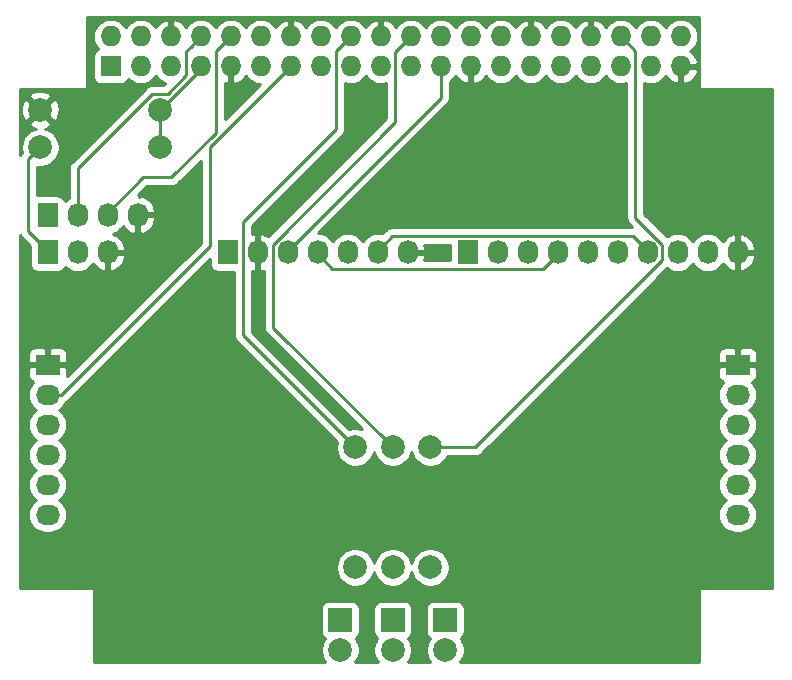
<source format=gbl>
G04 #@! TF.GenerationSoftware,KiCad,Pcbnew,(5.1.0-0)*
G04 #@! TF.CreationDate,2019-04-27T17:28:38+08:00*
G04 #@! TF.ProjectId,RASPmini,52415350-6d69-46e6-992e-6b696361645f,rev?*
G04 #@! TF.SameCoordinates,Original*
G04 #@! TF.FileFunction,Copper,L2,Bot*
G04 #@! TF.FilePolarity,Positive*
%FSLAX46Y46*%
G04 Gerber Fmt 4.6, Leading zero omitted, Abs format (unit mm)*
G04 Created by KiCad (PCBNEW (5.1.0-0)) date 2019-04-27 17:28:38*
%MOMM*%
%LPD*%
G04 APERTURE LIST*
%ADD10R,1.727200X1.727200*%
%ADD11O,1.727200X1.727200*%
%ADD12C,1.998980*%
%ADD13R,1.727200X2.032000*%
%ADD14O,1.727200X2.032000*%
%ADD15R,2.000000X2.000000*%
%ADD16C,2.000000*%
%ADD17O,2.032000X1.727200*%
%ADD18R,2.032000X1.727200*%
%ADD19C,0.254000*%
G04 APERTURE END LIST*
D10*
X119634000Y-40132000D03*
D11*
X119634000Y-37592000D03*
X122174000Y-40132000D03*
X122174000Y-37592000D03*
X124714000Y-40132000D03*
X124714000Y-37592000D03*
X127254000Y-40132000D03*
X127254000Y-37592000D03*
X129794000Y-40132000D03*
X129794000Y-37592000D03*
X132334000Y-40132000D03*
X132334000Y-37592000D03*
X134874000Y-40132000D03*
X134874000Y-37592000D03*
X137414000Y-40132000D03*
X137414000Y-37592000D03*
X139954000Y-40132000D03*
X139954000Y-37592000D03*
X142494000Y-40132000D03*
X142494000Y-37592000D03*
X145034000Y-40132000D03*
X145034000Y-37592000D03*
X147574000Y-40132000D03*
X147574000Y-37592000D03*
X150114000Y-40132000D03*
X150114000Y-37592000D03*
X152654000Y-40132000D03*
X152654000Y-37592000D03*
X155194000Y-40132000D03*
X155194000Y-37592000D03*
X157734000Y-40132000D03*
X157734000Y-37592000D03*
X160274000Y-40132000D03*
X160274000Y-37592000D03*
X162814000Y-40132000D03*
X162814000Y-37592000D03*
X165354000Y-40132000D03*
X165354000Y-37592000D03*
X167894000Y-40132000D03*
X167894000Y-37592000D03*
D12*
X140335000Y-82550000D03*
X140335000Y-72390000D03*
D13*
X114300000Y-52705000D03*
D14*
X116840000Y-52705000D03*
X119380000Y-52705000D03*
X121920000Y-52705000D03*
D13*
X114300000Y-55880000D03*
D14*
X116840000Y-55880000D03*
X119380000Y-55880000D03*
D15*
X139065000Y-86995000D03*
D16*
X139065000Y-89535000D03*
D15*
X143510000Y-86995000D03*
D16*
X143510000Y-89535000D03*
D15*
X147955000Y-86995000D03*
D16*
X147955000Y-89535000D03*
D12*
X143510000Y-82550000D03*
X143510000Y-72390000D03*
X146685000Y-82550000D03*
X146685000Y-72390000D03*
X113665000Y-46990000D03*
X123825000Y-46990000D03*
X123825000Y-43815000D03*
X113665000Y-43815000D03*
D17*
X114300000Y-67945000D03*
D18*
X114300000Y-65405000D03*
D17*
X114300000Y-70485000D03*
X114300000Y-73025000D03*
X114300000Y-75565000D03*
X114300000Y-78105000D03*
X172720000Y-78105000D03*
X172720000Y-75565000D03*
X172720000Y-73025000D03*
X172720000Y-70485000D03*
D18*
X172720000Y-65405000D03*
D17*
X172720000Y-67945000D03*
D13*
X129540000Y-55880000D03*
D14*
X132080000Y-55880000D03*
X134620000Y-55880000D03*
X137160000Y-55880000D03*
X139700000Y-55880000D03*
X142240000Y-55880000D03*
X144780000Y-55880000D03*
D13*
X149860000Y-55880000D03*
D14*
X152400000Y-55880000D03*
X154940000Y-55880000D03*
X157480000Y-55880000D03*
X160020000Y-55880000D03*
X162560000Y-55880000D03*
X165100000Y-55880000D03*
X167640000Y-55880000D03*
X170180000Y-55880000D03*
X172720000Y-55880000D03*
D19*
X127254000Y-40386000D02*
X124824489Y-42815511D01*
X127254000Y-40132000D02*
X127254000Y-40386000D01*
X124824489Y-42815511D02*
X123825000Y-43815000D01*
X123825000Y-46990000D02*
X123825000Y-43815000D01*
X116840000Y-52705000D02*
X116840000Y-48756872D01*
X116840000Y-48756872D02*
X123162363Y-42434509D01*
X123162363Y-42434509D02*
X124443491Y-42434509D01*
X124443491Y-42434509D02*
X126009399Y-40868601D01*
X126009399Y-40868601D02*
X126009399Y-38836601D01*
X126009399Y-38836601D02*
X126390401Y-38455599D01*
X126390401Y-38455599D02*
X127254000Y-37592000D01*
X119380000Y-52552600D02*
X119380000Y-52705000D01*
X122402600Y-49530000D02*
X119380000Y-52552600D01*
X124757564Y-49530000D02*
X122402600Y-49530000D01*
X128549399Y-38836601D02*
X128549399Y-45738165D01*
X128549399Y-45738165D02*
X124757564Y-49530000D01*
X129794000Y-37592000D02*
X128549399Y-38836601D01*
X128016000Y-55372000D02*
X128016000Y-46990000D01*
X128016000Y-46990000D02*
X134874000Y-40132000D01*
X115443000Y-67945000D02*
X128016000Y-55372000D01*
X114300000Y-67945000D02*
X115443000Y-67945000D01*
X137160000Y-55880000D02*
X137160000Y-56032400D01*
X137160000Y-56032400D02*
X138404610Y-57277010D01*
X138404610Y-57277010D02*
X156235390Y-57277010D01*
X156235390Y-57277010D02*
X157480000Y-56032400D01*
X157480000Y-56032400D02*
X157480000Y-55880000D01*
X163855399Y-54482999D02*
X143484601Y-54482999D01*
X143484601Y-54482999D02*
X142240000Y-55727600D01*
X142240000Y-55727600D02*
X142240000Y-55880000D01*
X165100000Y-55880000D02*
X165100000Y-55727600D01*
X165100000Y-55727600D02*
X163855399Y-54482999D01*
X134620000Y-55880000D02*
X134620000Y-55727600D01*
X134620000Y-55727600D02*
X147574000Y-42773600D01*
X147574000Y-42773600D02*
X147574000Y-41353314D01*
X147574000Y-41353314D02*
X147574000Y-40132000D01*
X113665000Y-46990000D02*
X112665511Y-47989489D01*
X112665511Y-54093111D02*
X114300000Y-55727600D01*
X112665511Y-47989489D02*
X112665511Y-54093111D01*
X114300000Y-55727600D02*
X114300000Y-55880000D01*
X139954000Y-37592000D02*
X138709399Y-38836601D01*
X138709399Y-38836601D02*
X138709399Y-45440601D01*
X138709399Y-45440601D02*
X130835390Y-53314610D01*
X130835390Y-62890390D02*
X130835390Y-53314610D01*
X140335000Y-72390000D02*
X130835390Y-62890390D01*
X145034000Y-37592000D02*
X143738601Y-38887399D01*
X143738601Y-38887399D02*
X143738601Y-44848855D01*
X143738601Y-44848855D02*
X133375390Y-55212066D01*
X133375390Y-55212066D02*
X133375390Y-62255390D01*
X133375390Y-62255390D02*
X143510000Y-72390000D01*
X162814000Y-37592000D02*
X164058601Y-38836601D01*
X164058601Y-38836601D02*
X164058601Y-52926057D01*
X164058601Y-52926057D02*
X166344601Y-55212057D01*
X166344601Y-55212057D02*
X166344601Y-56547943D01*
X146685000Y-72390000D02*
X150502544Y-72390000D01*
X150502544Y-72390000D02*
X166344601Y-56547943D01*
G36*
X169418000Y-41910000D02*
G01*
X169420440Y-41934776D01*
X169427667Y-41958601D01*
X169439403Y-41980557D01*
X169455197Y-41999803D01*
X169474443Y-42015597D01*
X169496399Y-42027333D01*
X169520224Y-42034560D01*
X169545000Y-42037000D01*
X175615000Y-42037000D01*
X175615001Y-84328000D01*
X169545000Y-84328000D01*
X169520224Y-84330440D01*
X169496399Y-84337667D01*
X169474443Y-84349403D01*
X169455197Y-84365197D01*
X169439403Y-84384443D01*
X169427667Y-84406399D01*
X169420440Y-84430224D01*
X169418000Y-84455000D01*
X169418000Y-90580000D01*
X149222239Y-90580000D01*
X149224987Y-90577252D01*
X149403918Y-90309463D01*
X149527168Y-90011912D01*
X149590000Y-89696033D01*
X149590000Y-89373967D01*
X149527168Y-89058088D01*
X149403918Y-88760537D01*
X149263370Y-88550191D01*
X149309494Y-88525537D01*
X149406185Y-88446185D01*
X149485537Y-88349494D01*
X149544502Y-88239180D01*
X149580812Y-88119482D01*
X149593072Y-87995000D01*
X149593072Y-85995000D01*
X149580812Y-85870518D01*
X149544502Y-85750820D01*
X149485537Y-85640506D01*
X149406185Y-85543815D01*
X149309494Y-85464463D01*
X149199180Y-85405498D01*
X149079482Y-85369188D01*
X148955000Y-85356928D01*
X146955000Y-85356928D01*
X146830518Y-85369188D01*
X146710820Y-85405498D01*
X146600506Y-85464463D01*
X146503815Y-85543815D01*
X146424463Y-85640506D01*
X146365498Y-85750820D01*
X146329188Y-85870518D01*
X146316928Y-85995000D01*
X146316928Y-87995000D01*
X146329188Y-88119482D01*
X146365498Y-88239180D01*
X146424463Y-88349494D01*
X146503815Y-88446185D01*
X146600506Y-88525537D01*
X146646630Y-88550191D01*
X146506082Y-88760537D01*
X146382832Y-89058088D01*
X146320000Y-89373967D01*
X146320000Y-89696033D01*
X146382832Y-90011912D01*
X146506082Y-90309463D01*
X146685013Y-90577252D01*
X146687761Y-90580000D01*
X144777239Y-90580000D01*
X144779987Y-90577252D01*
X144958918Y-90309463D01*
X145082168Y-90011912D01*
X145145000Y-89696033D01*
X145145000Y-89373967D01*
X145082168Y-89058088D01*
X144958918Y-88760537D01*
X144818370Y-88550191D01*
X144864494Y-88525537D01*
X144961185Y-88446185D01*
X145040537Y-88349494D01*
X145099502Y-88239180D01*
X145135812Y-88119482D01*
X145148072Y-87995000D01*
X145148072Y-85995000D01*
X145135812Y-85870518D01*
X145099502Y-85750820D01*
X145040537Y-85640506D01*
X144961185Y-85543815D01*
X144864494Y-85464463D01*
X144754180Y-85405498D01*
X144634482Y-85369188D01*
X144510000Y-85356928D01*
X142510000Y-85356928D01*
X142385518Y-85369188D01*
X142265820Y-85405498D01*
X142155506Y-85464463D01*
X142058815Y-85543815D01*
X141979463Y-85640506D01*
X141920498Y-85750820D01*
X141884188Y-85870518D01*
X141871928Y-85995000D01*
X141871928Y-87995000D01*
X141884188Y-88119482D01*
X141920498Y-88239180D01*
X141979463Y-88349494D01*
X142058815Y-88446185D01*
X142155506Y-88525537D01*
X142201630Y-88550191D01*
X142061082Y-88760537D01*
X141937832Y-89058088D01*
X141875000Y-89373967D01*
X141875000Y-89696033D01*
X141937832Y-90011912D01*
X142061082Y-90309463D01*
X142240013Y-90577252D01*
X142242761Y-90580000D01*
X140332239Y-90580000D01*
X140334987Y-90577252D01*
X140513918Y-90309463D01*
X140637168Y-90011912D01*
X140700000Y-89696033D01*
X140700000Y-89373967D01*
X140637168Y-89058088D01*
X140513918Y-88760537D01*
X140373370Y-88550191D01*
X140419494Y-88525537D01*
X140516185Y-88446185D01*
X140595537Y-88349494D01*
X140654502Y-88239180D01*
X140690812Y-88119482D01*
X140703072Y-87995000D01*
X140703072Y-85995000D01*
X140690812Y-85870518D01*
X140654502Y-85750820D01*
X140595537Y-85640506D01*
X140516185Y-85543815D01*
X140419494Y-85464463D01*
X140309180Y-85405498D01*
X140189482Y-85369188D01*
X140065000Y-85356928D01*
X138065000Y-85356928D01*
X137940518Y-85369188D01*
X137820820Y-85405498D01*
X137710506Y-85464463D01*
X137613815Y-85543815D01*
X137534463Y-85640506D01*
X137475498Y-85750820D01*
X137439188Y-85870518D01*
X137426928Y-85995000D01*
X137426928Y-87995000D01*
X137439188Y-88119482D01*
X137475498Y-88239180D01*
X137534463Y-88349494D01*
X137613815Y-88446185D01*
X137710506Y-88525537D01*
X137756630Y-88550191D01*
X137616082Y-88760537D01*
X137492832Y-89058088D01*
X137430000Y-89373967D01*
X137430000Y-89696033D01*
X137492832Y-90011912D01*
X137616082Y-90309463D01*
X137795013Y-90577252D01*
X137797761Y-90580000D01*
X118237000Y-90580000D01*
X118237000Y-84455000D01*
X118234560Y-84430224D01*
X118227333Y-84406399D01*
X118215597Y-84384443D01*
X118199803Y-84365197D01*
X118180557Y-84349403D01*
X118158601Y-84337667D01*
X118134776Y-84330440D01*
X118110000Y-84328000D01*
X111985000Y-84328000D01*
X111985000Y-82389017D01*
X138700510Y-82389017D01*
X138700510Y-82710983D01*
X138763322Y-83026763D01*
X138886533Y-83324222D01*
X139065408Y-83591927D01*
X139293073Y-83819592D01*
X139560778Y-83998467D01*
X139858237Y-84121678D01*
X140174017Y-84184490D01*
X140495983Y-84184490D01*
X140811763Y-84121678D01*
X141109222Y-83998467D01*
X141376927Y-83819592D01*
X141604592Y-83591927D01*
X141783467Y-83324222D01*
X141906678Y-83026763D01*
X141922500Y-82947220D01*
X141938322Y-83026763D01*
X142061533Y-83324222D01*
X142240408Y-83591927D01*
X142468073Y-83819592D01*
X142735778Y-83998467D01*
X143033237Y-84121678D01*
X143349017Y-84184490D01*
X143670983Y-84184490D01*
X143986763Y-84121678D01*
X144284222Y-83998467D01*
X144551927Y-83819592D01*
X144779592Y-83591927D01*
X144958467Y-83324222D01*
X145081678Y-83026763D01*
X145097500Y-82947220D01*
X145113322Y-83026763D01*
X145236533Y-83324222D01*
X145415408Y-83591927D01*
X145643073Y-83819592D01*
X145910778Y-83998467D01*
X146208237Y-84121678D01*
X146524017Y-84184490D01*
X146845983Y-84184490D01*
X147161763Y-84121678D01*
X147459222Y-83998467D01*
X147726927Y-83819592D01*
X147954592Y-83591927D01*
X148133467Y-83324222D01*
X148256678Y-83026763D01*
X148319490Y-82710983D01*
X148319490Y-82389017D01*
X148256678Y-82073237D01*
X148133467Y-81775778D01*
X147954592Y-81508073D01*
X147726927Y-81280408D01*
X147459222Y-81101533D01*
X147161763Y-80978322D01*
X146845983Y-80915510D01*
X146524017Y-80915510D01*
X146208237Y-80978322D01*
X145910778Y-81101533D01*
X145643073Y-81280408D01*
X145415408Y-81508073D01*
X145236533Y-81775778D01*
X145113322Y-82073237D01*
X145097500Y-82152780D01*
X145081678Y-82073237D01*
X144958467Y-81775778D01*
X144779592Y-81508073D01*
X144551927Y-81280408D01*
X144284222Y-81101533D01*
X143986763Y-80978322D01*
X143670983Y-80915510D01*
X143349017Y-80915510D01*
X143033237Y-80978322D01*
X142735778Y-81101533D01*
X142468073Y-81280408D01*
X142240408Y-81508073D01*
X142061533Y-81775778D01*
X141938322Y-82073237D01*
X141922500Y-82152780D01*
X141906678Y-82073237D01*
X141783467Y-81775778D01*
X141604592Y-81508073D01*
X141376927Y-81280408D01*
X141109222Y-81101533D01*
X140811763Y-80978322D01*
X140495983Y-80915510D01*
X140174017Y-80915510D01*
X139858237Y-80978322D01*
X139560778Y-81101533D01*
X139293073Y-81280408D01*
X139065408Y-81508073D01*
X138886533Y-81775778D01*
X138763322Y-82073237D01*
X138700510Y-82389017D01*
X111985000Y-82389017D01*
X111985000Y-64541400D01*
X112645928Y-64541400D01*
X112649000Y-65119250D01*
X112807750Y-65278000D01*
X114173000Y-65278000D01*
X114173000Y-64065150D01*
X114427000Y-64065150D01*
X114427000Y-65278000D01*
X115792250Y-65278000D01*
X115951000Y-65119250D01*
X115954072Y-64541400D01*
X115941812Y-64416918D01*
X115905502Y-64297220D01*
X115846537Y-64186906D01*
X115767185Y-64090215D01*
X115670494Y-64010863D01*
X115560180Y-63951898D01*
X115440482Y-63915588D01*
X115316000Y-63903328D01*
X114585750Y-63906400D01*
X114427000Y-64065150D01*
X114173000Y-64065150D01*
X114014250Y-63906400D01*
X113284000Y-63903328D01*
X113159518Y-63915588D01*
X113039820Y-63951898D01*
X112929506Y-64010863D01*
X112832815Y-64090215D01*
X112753463Y-64186906D01*
X112694498Y-64297220D01*
X112658188Y-64416918D01*
X112645928Y-64541400D01*
X111985000Y-64541400D01*
X111985000Y-54436434D01*
X112028866Y-54518503D01*
X112075578Y-54575421D01*
X112124090Y-54634533D01*
X112153160Y-54658390D01*
X112798328Y-55303558D01*
X112798328Y-56896000D01*
X112810588Y-57020482D01*
X112846898Y-57140180D01*
X112905863Y-57250494D01*
X112985215Y-57347185D01*
X113081906Y-57426537D01*
X113192220Y-57485502D01*
X113311918Y-57521812D01*
X113436400Y-57534072D01*
X115163600Y-57534072D01*
X115288082Y-57521812D01*
X115407780Y-57485502D01*
X115518094Y-57426537D01*
X115614785Y-57347185D01*
X115694137Y-57250494D01*
X115753102Y-57140180D01*
X115768586Y-57089135D01*
X115775203Y-57097197D01*
X116003395Y-57284469D01*
X116263737Y-57423625D01*
X116546224Y-57509316D01*
X116840000Y-57538251D01*
X117133777Y-57509316D01*
X117416264Y-57423625D01*
X117676606Y-57284469D01*
X117904797Y-57097197D01*
X118092069Y-56869006D01*
X118113424Y-56829053D01*
X118261514Y-57031729D01*
X118477965Y-57230733D01*
X118729081Y-57383686D01*
X119005211Y-57484709D01*
X119020974Y-57487358D01*
X119253000Y-57366217D01*
X119253000Y-56007000D01*
X119507000Y-56007000D01*
X119507000Y-57366217D01*
X119739026Y-57487358D01*
X119754789Y-57484709D01*
X120030919Y-57383686D01*
X120282035Y-57230733D01*
X120498486Y-57031729D01*
X120671954Y-56794321D01*
X120795773Y-56527633D01*
X120865185Y-56241914D01*
X120720925Y-56007000D01*
X119507000Y-56007000D01*
X119253000Y-56007000D01*
X119233000Y-56007000D01*
X119233000Y-55753000D01*
X119253000Y-55753000D01*
X119253000Y-55733000D01*
X119507000Y-55733000D01*
X119507000Y-55753000D01*
X120720925Y-55753000D01*
X120865185Y-55518086D01*
X120795773Y-55232367D01*
X120671954Y-54965679D01*
X120498486Y-54728271D01*
X120282035Y-54529267D01*
X120030919Y-54376314D01*
X119806269Y-54294125D01*
X119956264Y-54248625D01*
X120216606Y-54109469D01*
X120444797Y-53922197D01*
X120632069Y-53694006D01*
X120653424Y-53654053D01*
X120801514Y-53856729D01*
X121017965Y-54055733D01*
X121269081Y-54208686D01*
X121545211Y-54309709D01*
X121560974Y-54312358D01*
X121793000Y-54191217D01*
X121793000Y-52832000D01*
X122047000Y-52832000D01*
X122047000Y-54191217D01*
X122279026Y-54312358D01*
X122294789Y-54309709D01*
X122570919Y-54208686D01*
X122822035Y-54055733D01*
X123038486Y-53856729D01*
X123211954Y-53619321D01*
X123335773Y-53352633D01*
X123405185Y-53066914D01*
X123260925Y-52832000D01*
X122047000Y-52832000D01*
X121793000Y-52832000D01*
X121773000Y-52832000D01*
X121773000Y-52578000D01*
X121793000Y-52578000D01*
X121793000Y-52558000D01*
X122047000Y-52558000D01*
X122047000Y-52578000D01*
X123260925Y-52578000D01*
X123405185Y-52343086D01*
X123335773Y-52057367D01*
X123211954Y-51790679D01*
X123038486Y-51553271D01*
X122822035Y-51354267D01*
X122570919Y-51201314D01*
X122294789Y-51100291D01*
X122279026Y-51097642D01*
X122047002Y-51218782D01*
X122047002Y-51054000D01*
X121956231Y-51054000D01*
X122718231Y-50292000D01*
X124720141Y-50292000D01*
X124757564Y-50295686D01*
X124794987Y-50292000D01*
X124794990Y-50292000D01*
X124906942Y-50280974D01*
X125050579Y-50237402D01*
X125182956Y-50166645D01*
X125298986Y-50071422D01*
X125322848Y-50042346D01*
X127254001Y-48111194D01*
X127254000Y-55056369D01*
X115944491Y-66365879D01*
X115954072Y-66268600D01*
X115951000Y-65690750D01*
X115792250Y-65532000D01*
X114427000Y-65532000D01*
X114427000Y-65552000D01*
X114173000Y-65552000D01*
X114173000Y-65532000D01*
X112807750Y-65532000D01*
X112649000Y-65690750D01*
X112645928Y-66268600D01*
X112658188Y-66393082D01*
X112694498Y-66512780D01*
X112753463Y-66623094D01*
X112832815Y-66719785D01*
X112929506Y-66799137D01*
X113039820Y-66858102D01*
X113090865Y-66873586D01*
X113082803Y-66880203D01*
X112895531Y-67108394D01*
X112756375Y-67368736D01*
X112670684Y-67651223D01*
X112641749Y-67945000D01*
X112670684Y-68238777D01*
X112756375Y-68521264D01*
X112895531Y-68781606D01*
X113082803Y-69009797D01*
X113310994Y-69197069D01*
X113344540Y-69215000D01*
X113310994Y-69232931D01*
X113082803Y-69420203D01*
X112895531Y-69648394D01*
X112756375Y-69908736D01*
X112670684Y-70191223D01*
X112641749Y-70485000D01*
X112670684Y-70778777D01*
X112756375Y-71061264D01*
X112895531Y-71321606D01*
X113082803Y-71549797D01*
X113310994Y-71737069D01*
X113344540Y-71755000D01*
X113310994Y-71772931D01*
X113082803Y-71960203D01*
X112895531Y-72188394D01*
X112756375Y-72448736D01*
X112670684Y-72731223D01*
X112641749Y-73025000D01*
X112670684Y-73318777D01*
X112756375Y-73601264D01*
X112895531Y-73861606D01*
X113082803Y-74089797D01*
X113310994Y-74277069D01*
X113344540Y-74295000D01*
X113310994Y-74312931D01*
X113082803Y-74500203D01*
X112895531Y-74728394D01*
X112756375Y-74988736D01*
X112670684Y-75271223D01*
X112641749Y-75565000D01*
X112670684Y-75858777D01*
X112756375Y-76141264D01*
X112895531Y-76401606D01*
X113082803Y-76629797D01*
X113310994Y-76817069D01*
X113344540Y-76835000D01*
X113310994Y-76852931D01*
X113082803Y-77040203D01*
X112895531Y-77268394D01*
X112756375Y-77528736D01*
X112670684Y-77811223D01*
X112641749Y-78105000D01*
X112670684Y-78398777D01*
X112756375Y-78681264D01*
X112895531Y-78941606D01*
X113082803Y-79169797D01*
X113310994Y-79357069D01*
X113571336Y-79496225D01*
X113853823Y-79581916D01*
X114073981Y-79603600D01*
X114526019Y-79603600D01*
X114746177Y-79581916D01*
X115028664Y-79496225D01*
X115289006Y-79357069D01*
X115517197Y-79169797D01*
X115704469Y-78941606D01*
X115843625Y-78681264D01*
X115929316Y-78398777D01*
X115958251Y-78105000D01*
X115929316Y-77811223D01*
X115843625Y-77528736D01*
X115704469Y-77268394D01*
X115517197Y-77040203D01*
X115289006Y-76852931D01*
X115255460Y-76835000D01*
X115289006Y-76817069D01*
X115517197Y-76629797D01*
X115704469Y-76401606D01*
X115843625Y-76141264D01*
X115929316Y-75858777D01*
X115958251Y-75565000D01*
X115929316Y-75271223D01*
X115843625Y-74988736D01*
X115704469Y-74728394D01*
X115517197Y-74500203D01*
X115289006Y-74312931D01*
X115255460Y-74295000D01*
X115289006Y-74277069D01*
X115517197Y-74089797D01*
X115704469Y-73861606D01*
X115843625Y-73601264D01*
X115929316Y-73318777D01*
X115958251Y-73025000D01*
X115929316Y-72731223D01*
X115843625Y-72448736D01*
X115704469Y-72188394D01*
X115517197Y-71960203D01*
X115289006Y-71772931D01*
X115255460Y-71755000D01*
X115289006Y-71737069D01*
X115517197Y-71549797D01*
X115704469Y-71321606D01*
X115843625Y-71061264D01*
X115929316Y-70778777D01*
X115958251Y-70485000D01*
X115929316Y-70191223D01*
X115843625Y-69908736D01*
X115704469Y-69648394D01*
X115517197Y-69420203D01*
X115289006Y-69232931D01*
X115255460Y-69215000D01*
X115289006Y-69197069D01*
X115517197Y-69009797D01*
X115704469Y-68781606D01*
X115788535Y-68624329D01*
X115868392Y-68581645D01*
X115984422Y-68486422D01*
X116008284Y-68457346D01*
X128038328Y-56427303D01*
X128038328Y-56896000D01*
X128050588Y-57020482D01*
X128086898Y-57140180D01*
X128145863Y-57250494D01*
X128225215Y-57347185D01*
X128321906Y-57426537D01*
X128432220Y-57485502D01*
X128551918Y-57521812D01*
X128676400Y-57534072D01*
X130073391Y-57534072D01*
X130073390Y-62852967D01*
X130069704Y-62890390D01*
X130073390Y-62927813D01*
X130073390Y-62927815D01*
X130084416Y-63039767D01*
X130127988Y-63183404D01*
X130127989Y-63183405D01*
X130198745Y-63315782D01*
X130238373Y-63364068D01*
X130293968Y-63431812D01*
X130323044Y-63455674D01*
X138768384Y-71901015D01*
X138763322Y-71913237D01*
X138700510Y-72229017D01*
X138700510Y-72550983D01*
X138763322Y-72866763D01*
X138886533Y-73164222D01*
X139065408Y-73431927D01*
X139293073Y-73659592D01*
X139560778Y-73838467D01*
X139858237Y-73961678D01*
X140174017Y-74024490D01*
X140495983Y-74024490D01*
X140811763Y-73961678D01*
X141109222Y-73838467D01*
X141376927Y-73659592D01*
X141604592Y-73431927D01*
X141783467Y-73164222D01*
X141906678Y-72866763D01*
X141922500Y-72787220D01*
X141938322Y-72866763D01*
X142061533Y-73164222D01*
X142240408Y-73431927D01*
X142468073Y-73659592D01*
X142735778Y-73838467D01*
X143033237Y-73961678D01*
X143349017Y-74024490D01*
X143670983Y-74024490D01*
X143986763Y-73961678D01*
X144284222Y-73838467D01*
X144551927Y-73659592D01*
X144779592Y-73431927D01*
X144958467Y-73164222D01*
X145081678Y-72866763D01*
X145097500Y-72787220D01*
X145113322Y-72866763D01*
X145236533Y-73164222D01*
X145415408Y-73431927D01*
X145643073Y-73659592D01*
X145910778Y-73838467D01*
X146208237Y-73961678D01*
X146524017Y-74024490D01*
X146845983Y-74024490D01*
X147161763Y-73961678D01*
X147459222Y-73838467D01*
X147726927Y-73659592D01*
X147954592Y-73431927D01*
X148133467Y-73164222D01*
X148138529Y-73152000D01*
X150465121Y-73152000D01*
X150502544Y-73155686D01*
X150539967Y-73152000D01*
X150539970Y-73152000D01*
X150651922Y-73140974D01*
X150795559Y-73097402D01*
X150927936Y-73026645D01*
X151043966Y-72931422D01*
X151067828Y-72902346D01*
X156025174Y-67945000D01*
X171061749Y-67945000D01*
X171090684Y-68238777D01*
X171176375Y-68521264D01*
X171315531Y-68781606D01*
X171502803Y-69009797D01*
X171730994Y-69197069D01*
X171764540Y-69215000D01*
X171730994Y-69232931D01*
X171502803Y-69420203D01*
X171315531Y-69648394D01*
X171176375Y-69908736D01*
X171090684Y-70191223D01*
X171061749Y-70485000D01*
X171090684Y-70778777D01*
X171176375Y-71061264D01*
X171315531Y-71321606D01*
X171502803Y-71549797D01*
X171730994Y-71737069D01*
X171764540Y-71755000D01*
X171730994Y-71772931D01*
X171502803Y-71960203D01*
X171315531Y-72188394D01*
X171176375Y-72448736D01*
X171090684Y-72731223D01*
X171061749Y-73025000D01*
X171090684Y-73318777D01*
X171176375Y-73601264D01*
X171315531Y-73861606D01*
X171502803Y-74089797D01*
X171730994Y-74277069D01*
X171764540Y-74295000D01*
X171730994Y-74312931D01*
X171502803Y-74500203D01*
X171315531Y-74728394D01*
X171176375Y-74988736D01*
X171090684Y-75271223D01*
X171061749Y-75565000D01*
X171090684Y-75858777D01*
X171176375Y-76141264D01*
X171315531Y-76401606D01*
X171502803Y-76629797D01*
X171730994Y-76817069D01*
X171764540Y-76835000D01*
X171730994Y-76852931D01*
X171502803Y-77040203D01*
X171315531Y-77268394D01*
X171176375Y-77528736D01*
X171090684Y-77811223D01*
X171061749Y-78105000D01*
X171090684Y-78398777D01*
X171176375Y-78681264D01*
X171315531Y-78941606D01*
X171502803Y-79169797D01*
X171730994Y-79357069D01*
X171991336Y-79496225D01*
X172273823Y-79581916D01*
X172493981Y-79603600D01*
X172946019Y-79603600D01*
X173166177Y-79581916D01*
X173448664Y-79496225D01*
X173709006Y-79357069D01*
X173937197Y-79169797D01*
X174124469Y-78941606D01*
X174263625Y-78681264D01*
X174349316Y-78398777D01*
X174378251Y-78105000D01*
X174349316Y-77811223D01*
X174263625Y-77528736D01*
X174124469Y-77268394D01*
X173937197Y-77040203D01*
X173709006Y-76852931D01*
X173675460Y-76835000D01*
X173709006Y-76817069D01*
X173937197Y-76629797D01*
X174124469Y-76401606D01*
X174263625Y-76141264D01*
X174349316Y-75858777D01*
X174378251Y-75565000D01*
X174349316Y-75271223D01*
X174263625Y-74988736D01*
X174124469Y-74728394D01*
X173937197Y-74500203D01*
X173709006Y-74312931D01*
X173675460Y-74295000D01*
X173709006Y-74277069D01*
X173937197Y-74089797D01*
X174124469Y-73861606D01*
X174263625Y-73601264D01*
X174349316Y-73318777D01*
X174378251Y-73025000D01*
X174349316Y-72731223D01*
X174263625Y-72448736D01*
X174124469Y-72188394D01*
X173937197Y-71960203D01*
X173709006Y-71772931D01*
X173675460Y-71755000D01*
X173709006Y-71737069D01*
X173937197Y-71549797D01*
X174124469Y-71321606D01*
X174263625Y-71061264D01*
X174349316Y-70778777D01*
X174378251Y-70485000D01*
X174349316Y-70191223D01*
X174263625Y-69908736D01*
X174124469Y-69648394D01*
X173937197Y-69420203D01*
X173709006Y-69232931D01*
X173675460Y-69215000D01*
X173709006Y-69197069D01*
X173937197Y-69009797D01*
X174124469Y-68781606D01*
X174263625Y-68521264D01*
X174349316Y-68238777D01*
X174378251Y-67945000D01*
X174349316Y-67651223D01*
X174263625Y-67368736D01*
X174124469Y-67108394D01*
X173937197Y-66880203D01*
X173929135Y-66873586D01*
X173980180Y-66858102D01*
X174090494Y-66799137D01*
X174187185Y-66719785D01*
X174266537Y-66623094D01*
X174325502Y-66512780D01*
X174361812Y-66393082D01*
X174374072Y-66268600D01*
X174371000Y-65690750D01*
X174212250Y-65532000D01*
X172847000Y-65532000D01*
X172847000Y-65552000D01*
X172593000Y-65552000D01*
X172593000Y-65532000D01*
X171227750Y-65532000D01*
X171069000Y-65690750D01*
X171065928Y-66268600D01*
X171078188Y-66393082D01*
X171114498Y-66512780D01*
X171173463Y-66623094D01*
X171252815Y-66719785D01*
X171349506Y-66799137D01*
X171459820Y-66858102D01*
X171510865Y-66873586D01*
X171502803Y-66880203D01*
X171315531Y-67108394D01*
X171176375Y-67368736D01*
X171090684Y-67651223D01*
X171061749Y-67945000D01*
X156025174Y-67945000D01*
X159428774Y-64541400D01*
X171065928Y-64541400D01*
X171069000Y-65119250D01*
X171227750Y-65278000D01*
X172593000Y-65278000D01*
X172593000Y-64065150D01*
X172847000Y-64065150D01*
X172847000Y-65278000D01*
X174212250Y-65278000D01*
X174371000Y-65119250D01*
X174374072Y-64541400D01*
X174361812Y-64416918D01*
X174325502Y-64297220D01*
X174266537Y-64186906D01*
X174187185Y-64090215D01*
X174090494Y-64010863D01*
X173980180Y-63951898D01*
X173860482Y-63915588D01*
X173736000Y-63903328D01*
X173005750Y-63906400D01*
X172847000Y-64065150D01*
X172593000Y-64065150D01*
X172434250Y-63906400D01*
X171704000Y-63903328D01*
X171579518Y-63915588D01*
X171459820Y-63951898D01*
X171349506Y-64010863D01*
X171252815Y-64090215D01*
X171173463Y-64186906D01*
X171114498Y-64297220D01*
X171078188Y-64416918D01*
X171065928Y-64541400D01*
X159428774Y-64541400D01*
X166738755Y-57231420D01*
X166803395Y-57284469D01*
X167063737Y-57423625D01*
X167346224Y-57509316D01*
X167640000Y-57538251D01*
X167933777Y-57509316D01*
X168216264Y-57423625D01*
X168476606Y-57284469D01*
X168704797Y-57097197D01*
X168892069Y-56869006D01*
X168910000Y-56835459D01*
X168927931Y-56869006D01*
X169115203Y-57097197D01*
X169343395Y-57284469D01*
X169603737Y-57423625D01*
X169886224Y-57509316D01*
X170180000Y-57538251D01*
X170473777Y-57509316D01*
X170756264Y-57423625D01*
X171016606Y-57284469D01*
X171244797Y-57097197D01*
X171432069Y-56869006D01*
X171453424Y-56829053D01*
X171601514Y-57031729D01*
X171817965Y-57230733D01*
X172069081Y-57383686D01*
X172345211Y-57484709D01*
X172360974Y-57487358D01*
X172593000Y-57366217D01*
X172593000Y-56007000D01*
X172847000Y-56007000D01*
X172847000Y-57366217D01*
X173079026Y-57487358D01*
X173094789Y-57484709D01*
X173370919Y-57383686D01*
X173622035Y-57230733D01*
X173838486Y-57031729D01*
X174011954Y-56794321D01*
X174135773Y-56527633D01*
X174205185Y-56241914D01*
X174060925Y-56007000D01*
X172847000Y-56007000D01*
X172593000Y-56007000D01*
X172573000Y-56007000D01*
X172573000Y-55753000D01*
X172593000Y-55753000D01*
X172593000Y-54393783D01*
X172847000Y-54393783D01*
X172847000Y-55753000D01*
X174060925Y-55753000D01*
X174205185Y-55518086D01*
X174135773Y-55232367D01*
X174011954Y-54965679D01*
X173838486Y-54728271D01*
X173622035Y-54529267D01*
X173370919Y-54376314D01*
X173094789Y-54275291D01*
X173079026Y-54272642D01*
X172847000Y-54393783D01*
X172593000Y-54393783D01*
X172360974Y-54272642D01*
X172345211Y-54275291D01*
X172069081Y-54376314D01*
X171817965Y-54529267D01*
X171601514Y-54728271D01*
X171453424Y-54930947D01*
X171432069Y-54890994D01*
X171244797Y-54662803D01*
X171016605Y-54475531D01*
X170756263Y-54336375D01*
X170473776Y-54250684D01*
X170180000Y-54221749D01*
X169886223Y-54250684D01*
X169603736Y-54336375D01*
X169343394Y-54475531D01*
X169115203Y-54662803D01*
X168927931Y-54890995D01*
X168910000Y-54924541D01*
X168892069Y-54890994D01*
X168704797Y-54662803D01*
X168476605Y-54475531D01*
X168216263Y-54336375D01*
X167933776Y-54250684D01*
X167640000Y-54221749D01*
X167346223Y-54250684D01*
X167063736Y-54336375D01*
X166803394Y-54475531D01*
X166738754Y-54528579D01*
X164820601Y-52610427D01*
X164820601Y-41536228D01*
X165060223Y-41608916D01*
X165280381Y-41630600D01*
X165427619Y-41630600D01*
X165647777Y-41608916D01*
X165930264Y-41523225D01*
X166190606Y-41384069D01*
X166418797Y-41196797D01*
X166606069Y-40968606D01*
X166629863Y-40924090D01*
X166687183Y-41020488D01*
X166883707Y-41238854D01*
X167119056Y-41414684D01*
X167384186Y-41541222D01*
X167534974Y-41586958D01*
X167767000Y-41465817D01*
X167767000Y-40259000D01*
X168021000Y-40259000D01*
X168021000Y-41465817D01*
X168253026Y-41586958D01*
X168403814Y-41541222D01*
X168668944Y-41414684D01*
X168904293Y-41238854D01*
X169100817Y-41020488D01*
X169250964Y-40767978D01*
X169348963Y-40491027D01*
X169228464Y-40259000D01*
X168021000Y-40259000D01*
X167767000Y-40259000D01*
X167747000Y-40259000D01*
X167747000Y-40005000D01*
X167767000Y-40005000D01*
X167767000Y-39985000D01*
X168021000Y-39985000D01*
X168021000Y-40005000D01*
X169228464Y-40005000D01*
X169348963Y-39772973D01*
X169250964Y-39496022D01*
X169100817Y-39243512D01*
X168904293Y-39025146D01*
X168690567Y-38865470D01*
X168730606Y-38844069D01*
X168958797Y-38656797D01*
X169146069Y-38428606D01*
X169285225Y-38168264D01*
X169370916Y-37885777D01*
X169399851Y-37592000D01*
X169370916Y-37298223D01*
X169285225Y-37015736D01*
X169146069Y-36755394D01*
X168958797Y-36527203D01*
X168730606Y-36339931D01*
X168470264Y-36200775D01*
X168187777Y-36115084D01*
X167967619Y-36093400D01*
X167820381Y-36093400D01*
X167600223Y-36115084D01*
X167317736Y-36200775D01*
X167057394Y-36339931D01*
X166829203Y-36527203D01*
X166641931Y-36755394D01*
X166624000Y-36788940D01*
X166606069Y-36755394D01*
X166418797Y-36527203D01*
X166190606Y-36339931D01*
X165930264Y-36200775D01*
X165647777Y-36115084D01*
X165427619Y-36093400D01*
X165280381Y-36093400D01*
X165060223Y-36115084D01*
X164777736Y-36200775D01*
X164517394Y-36339931D01*
X164289203Y-36527203D01*
X164101931Y-36755394D01*
X164084000Y-36788940D01*
X164066069Y-36755394D01*
X163878797Y-36527203D01*
X163650606Y-36339931D01*
X163390264Y-36200775D01*
X163107777Y-36115084D01*
X162887619Y-36093400D01*
X162740381Y-36093400D01*
X162520223Y-36115084D01*
X162237736Y-36200775D01*
X161977394Y-36339931D01*
X161749203Y-36527203D01*
X161561931Y-36755394D01*
X161538137Y-36799910D01*
X161480817Y-36703512D01*
X161284293Y-36485146D01*
X161048944Y-36309316D01*
X160783814Y-36182778D01*
X160633026Y-36137042D01*
X160401000Y-36258183D01*
X160401000Y-37465000D01*
X160421000Y-37465000D01*
X160421000Y-37719000D01*
X160401000Y-37719000D01*
X160401000Y-37739000D01*
X160147000Y-37739000D01*
X160147000Y-37719000D01*
X160127000Y-37719000D01*
X160127000Y-37465000D01*
X160147000Y-37465000D01*
X160147000Y-36258183D01*
X159914974Y-36137042D01*
X159764186Y-36182778D01*
X159499056Y-36309316D01*
X159263707Y-36485146D01*
X159067183Y-36703512D01*
X159009863Y-36799910D01*
X158986069Y-36755394D01*
X158798797Y-36527203D01*
X158570606Y-36339931D01*
X158310264Y-36200775D01*
X158027777Y-36115084D01*
X157807619Y-36093400D01*
X157660381Y-36093400D01*
X157440223Y-36115084D01*
X157157736Y-36200775D01*
X156897394Y-36339931D01*
X156669203Y-36527203D01*
X156481931Y-36755394D01*
X156458137Y-36799910D01*
X156400817Y-36703512D01*
X156204293Y-36485146D01*
X155968944Y-36309316D01*
X155703814Y-36182778D01*
X155553026Y-36137042D01*
X155321000Y-36258183D01*
X155321000Y-37465000D01*
X155341000Y-37465000D01*
X155341000Y-37719000D01*
X155321000Y-37719000D01*
X155321000Y-37739000D01*
X155067000Y-37739000D01*
X155067000Y-37719000D01*
X155047000Y-37719000D01*
X155047000Y-37465000D01*
X155067000Y-37465000D01*
X155067000Y-36258183D01*
X154834974Y-36137042D01*
X154684186Y-36182778D01*
X154419056Y-36309316D01*
X154183707Y-36485146D01*
X153987183Y-36703512D01*
X153929863Y-36799910D01*
X153906069Y-36755394D01*
X153718797Y-36527203D01*
X153490606Y-36339931D01*
X153230264Y-36200775D01*
X152947777Y-36115084D01*
X152727619Y-36093400D01*
X152580381Y-36093400D01*
X152360223Y-36115084D01*
X152077736Y-36200775D01*
X151817394Y-36339931D01*
X151589203Y-36527203D01*
X151401931Y-36755394D01*
X151384000Y-36788940D01*
X151366069Y-36755394D01*
X151178797Y-36527203D01*
X150950606Y-36339931D01*
X150690264Y-36200775D01*
X150407777Y-36115084D01*
X150187619Y-36093400D01*
X150040381Y-36093400D01*
X149820223Y-36115084D01*
X149537736Y-36200775D01*
X149277394Y-36339931D01*
X149049203Y-36527203D01*
X148861931Y-36755394D01*
X148844000Y-36788940D01*
X148826069Y-36755394D01*
X148638797Y-36527203D01*
X148410606Y-36339931D01*
X148150264Y-36200775D01*
X147867777Y-36115084D01*
X147647619Y-36093400D01*
X147500381Y-36093400D01*
X147280223Y-36115084D01*
X146997736Y-36200775D01*
X146737394Y-36339931D01*
X146509203Y-36527203D01*
X146321931Y-36755394D01*
X146304000Y-36788940D01*
X146286069Y-36755394D01*
X146098797Y-36527203D01*
X145870606Y-36339931D01*
X145610264Y-36200775D01*
X145327777Y-36115084D01*
X145107619Y-36093400D01*
X144960381Y-36093400D01*
X144740223Y-36115084D01*
X144457736Y-36200775D01*
X144197394Y-36339931D01*
X143969203Y-36527203D01*
X143781931Y-36755394D01*
X143758137Y-36799910D01*
X143700817Y-36703512D01*
X143504293Y-36485146D01*
X143268944Y-36309316D01*
X143003814Y-36182778D01*
X142853026Y-36137042D01*
X142621000Y-36258183D01*
X142621000Y-37465000D01*
X142641000Y-37465000D01*
X142641000Y-37719000D01*
X142621000Y-37719000D01*
X142621000Y-37739000D01*
X142367000Y-37739000D01*
X142367000Y-37719000D01*
X142347000Y-37719000D01*
X142347000Y-37465000D01*
X142367000Y-37465000D01*
X142367000Y-36258183D01*
X142134974Y-36137042D01*
X141984186Y-36182778D01*
X141719056Y-36309316D01*
X141483707Y-36485146D01*
X141287183Y-36703512D01*
X141229863Y-36799910D01*
X141206069Y-36755394D01*
X141018797Y-36527203D01*
X140790606Y-36339931D01*
X140530264Y-36200775D01*
X140247777Y-36115084D01*
X140027619Y-36093400D01*
X139880381Y-36093400D01*
X139660223Y-36115084D01*
X139377736Y-36200775D01*
X139117394Y-36339931D01*
X138889203Y-36527203D01*
X138701931Y-36755394D01*
X138684000Y-36788940D01*
X138666069Y-36755394D01*
X138478797Y-36527203D01*
X138250606Y-36339931D01*
X137990264Y-36200775D01*
X137707777Y-36115084D01*
X137487619Y-36093400D01*
X137340381Y-36093400D01*
X137120223Y-36115084D01*
X136837736Y-36200775D01*
X136577394Y-36339931D01*
X136349203Y-36527203D01*
X136161931Y-36755394D01*
X136138137Y-36799910D01*
X136080817Y-36703512D01*
X135884293Y-36485146D01*
X135648944Y-36309316D01*
X135383814Y-36182778D01*
X135233026Y-36137042D01*
X135001000Y-36258183D01*
X135001000Y-37465000D01*
X135021000Y-37465000D01*
X135021000Y-37719000D01*
X135001000Y-37719000D01*
X135001000Y-37739000D01*
X134747000Y-37739000D01*
X134747000Y-37719000D01*
X134727000Y-37719000D01*
X134727000Y-37465000D01*
X134747000Y-37465000D01*
X134747000Y-36258183D01*
X134514974Y-36137042D01*
X134364186Y-36182778D01*
X134099056Y-36309316D01*
X133863707Y-36485146D01*
X133667183Y-36703512D01*
X133609863Y-36799910D01*
X133586069Y-36755394D01*
X133398797Y-36527203D01*
X133170606Y-36339931D01*
X132910264Y-36200775D01*
X132627777Y-36115084D01*
X132407619Y-36093400D01*
X132260381Y-36093400D01*
X132040223Y-36115084D01*
X131757736Y-36200775D01*
X131497394Y-36339931D01*
X131269203Y-36527203D01*
X131081931Y-36755394D01*
X131064000Y-36788940D01*
X131046069Y-36755394D01*
X130858797Y-36527203D01*
X130630606Y-36339931D01*
X130370264Y-36200775D01*
X130087777Y-36115084D01*
X129867619Y-36093400D01*
X129720381Y-36093400D01*
X129500223Y-36115084D01*
X129217736Y-36200775D01*
X128957394Y-36339931D01*
X128729203Y-36527203D01*
X128541931Y-36755394D01*
X128524000Y-36788940D01*
X128506069Y-36755394D01*
X128318797Y-36527203D01*
X128090606Y-36339931D01*
X127830264Y-36200775D01*
X127547777Y-36115084D01*
X127327619Y-36093400D01*
X127180381Y-36093400D01*
X126960223Y-36115084D01*
X126677736Y-36200775D01*
X126417394Y-36339931D01*
X126189203Y-36527203D01*
X126001931Y-36755394D01*
X125978137Y-36799910D01*
X125920817Y-36703512D01*
X125724293Y-36485146D01*
X125488944Y-36309316D01*
X125223814Y-36182778D01*
X125073026Y-36137042D01*
X124841000Y-36258183D01*
X124841000Y-37465000D01*
X124861000Y-37465000D01*
X124861000Y-37719000D01*
X124841000Y-37719000D01*
X124841000Y-37739000D01*
X124587000Y-37739000D01*
X124587000Y-37719000D01*
X124567000Y-37719000D01*
X124567000Y-37465000D01*
X124587000Y-37465000D01*
X124587000Y-36258183D01*
X124354974Y-36137042D01*
X124204186Y-36182778D01*
X123939056Y-36309316D01*
X123703707Y-36485146D01*
X123507183Y-36703512D01*
X123449863Y-36799910D01*
X123426069Y-36755394D01*
X123238797Y-36527203D01*
X123010606Y-36339931D01*
X122750264Y-36200775D01*
X122467777Y-36115084D01*
X122247619Y-36093400D01*
X122100381Y-36093400D01*
X121880223Y-36115084D01*
X121597736Y-36200775D01*
X121337394Y-36339931D01*
X121109203Y-36527203D01*
X120921931Y-36755394D01*
X120904000Y-36788940D01*
X120886069Y-36755394D01*
X120698797Y-36527203D01*
X120470606Y-36339931D01*
X120210264Y-36200775D01*
X119927777Y-36115084D01*
X119707619Y-36093400D01*
X119560381Y-36093400D01*
X119340223Y-36115084D01*
X119057736Y-36200775D01*
X118797394Y-36339931D01*
X118569203Y-36527203D01*
X118381931Y-36755394D01*
X118242775Y-37015736D01*
X118157084Y-37298223D01*
X118128149Y-37592000D01*
X118157084Y-37885777D01*
X118242775Y-38168264D01*
X118381931Y-38428606D01*
X118569203Y-38656797D01*
X118577265Y-38663414D01*
X118526220Y-38678898D01*
X118415906Y-38737863D01*
X118319215Y-38817215D01*
X118239863Y-38913906D01*
X118180898Y-39024220D01*
X118144588Y-39143918D01*
X118132328Y-39268400D01*
X118132328Y-40995600D01*
X118144588Y-41120082D01*
X118180898Y-41239780D01*
X118239863Y-41350094D01*
X118319215Y-41446785D01*
X118415906Y-41526137D01*
X118526220Y-41585102D01*
X118645918Y-41621412D01*
X118770400Y-41633672D01*
X120497600Y-41633672D01*
X120622082Y-41621412D01*
X120741780Y-41585102D01*
X120852094Y-41526137D01*
X120948785Y-41446785D01*
X121028137Y-41350094D01*
X121087102Y-41239780D01*
X121102586Y-41188735D01*
X121109203Y-41196797D01*
X121337394Y-41384069D01*
X121597736Y-41523225D01*
X121880223Y-41608916D01*
X122100381Y-41630600D01*
X122247619Y-41630600D01*
X122467777Y-41608916D01*
X122750264Y-41523225D01*
X123010606Y-41384069D01*
X123238797Y-41196797D01*
X123426069Y-40968606D01*
X123444000Y-40935060D01*
X123461931Y-40968606D01*
X123649203Y-41196797D01*
X123877394Y-41384069D01*
X124137736Y-41523225D01*
X124244698Y-41555671D01*
X124127861Y-41672509D01*
X123199786Y-41672509D01*
X123162363Y-41668823D01*
X123124940Y-41672509D01*
X123124937Y-41672509D01*
X123012985Y-41683535D01*
X122869348Y-41727107D01*
X122807727Y-41760044D01*
X122736970Y-41797864D01*
X122694582Y-41832652D01*
X122620941Y-41893087D01*
X122597079Y-41922163D01*
X116327649Y-48191593D01*
X116298579Y-48215450D01*
X116274722Y-48244520D01*
X116274721Y-48244521D01*
X116203355Y-48331480D01*
X116132599Y-48463857D01*
X116089027Y-48607494D01*
X116074314Y-48756872D01*
X116078001Y-48794305D01*
X116078000Y-51260653D01*
X116003394Y-51300531D01*
X115775203Y-51487803D01*
X115768586Y-51495865D01*
X115753102Y-51444820D01*
X115694137Y-51334506D01*
X115614785Y-51237815D01*
X115518094Y-51158463D01*
X115407780Y-51099498D01*
X115288082Y-51063188D01*
X115163600Y-51050928D01*
X113436400Y-51050928D01*
X113427511Y-51051803D01*
X113427511Y-48609272D01*
X113504017Y-48624490D01*
X113825983Y-48624490D01*
X114141763Y-48561678D01*
X114439222Y-48438467D01*
X114706927Y-48259592D01*
X114934592Y-48031927D01*
X115113467Y-47764222D01*
X115236678Y-47466763D01*
X115299490Y-47150983D01*
X115299490Y-46829017D01*
X115236678Y-46513237D01*
X115113467Y-46215778D01*
X114934592Y-45948073D01*
X114706927Y-45720408D01*
X114439222Y-45541533D01*
X114141763Y-45418322D01*
X114070588Y-45404165D01*
X114350911Y-45307314D01*
X114524742Y-45214399D01*
X114620445Y-44950050D01*
X113665000Y-43994605D01*
X112709555Y-44950050D01*
X112805258Y-45214399D01*
X113094787Y-45355238D01*
X113271924Y-45401676D01*
X113188237Y-45418322D01*
X112890778Y-45541533D01*
X112623073Y-45720408D01*
X112395408Y-45948073D01*
X112216533Y-46215778D01*
X112093322Y-46513237D01*
X112030510Y-46829017D01*
X112030510Y-47150983D01*
X112093322Y-47466763D01*
X112098496Y-47479253D01*
X112079539Y-47502352D01*
X112028866Y-47564097D01*
X111995434Y-47626645D01*
X111985000Y-47646165D01*
X111985000Y-43877615D01*
X112023795Y-43877615D01*
X112067546Y-44196595D01*
X112172686Y-44500911D01*
X112265601Y-44674742D01*
X112529950Y-44770445D01*
X113485395Y-43815000D01*
X113844605Y-43815000D01*
X114800050Y-44770445D01*
X115064399Y-44674742D01*
X115205238Y-44385213D01*
X115286885Y-44073771D01*
X115306205Y-43752385D01*
X115262454Y-43433405D01*
X115157314Y-43129089D01*
X115064399Y-42955258D01*
X114800050Y-42859555D01*
X113844605Y-43815000D01*
X113485395Y-43815000D01*
X112529950Y-42859555D01*
X112265601Y-42955258D01*
X112124762Y-43244787D01*
X112043115Y-43556229D01*
X112023795Y-43877615D01*
X111985000Y-43877615D01*
X111985000Y-42679950D01*
X112709555Y-42679950D01*
X113665000Y-43635395D01*
X114620445Y-42679950D01*
X114524742Y-42415601D01*
X114235213Y-42274762D01*
X113923771Y-42193115D01*
X113602385Y-42173795D01*
X113283405Y-42217546D01*
X112979089Y-42322686D01*
X112805258Y-42415601D01*
X112709555Y-42679950D01*
X111985000Y-42679950D01*
X111985000Y-42037000D01*
X117475000Y-42037000D01*
X117499776Y-42034560D01*
X117523601Y-42027333D01*
X117545557Y-42015597D01*
X117564803Y-41999803D01*
X117580597Y-41980557D01*
X117592333Y-41958601D01*
X117599560Y-41934776D01*
X117602000Y-41910000D01*
X117602000Y-35950000D01*
X169418000Y-35950000D01*
X169418000Y-41910000D01*
X169418000Y-41910000D01*
G37*
X169418000Y-41910000D02*
X169420440Y-41934776D01*
X169427667Y-41958601D01*
X169439403Y-41980557D01*
X169455197Y-41999803D01*
X169474443Y-42015597D01*
X169496399Y-42027333D01*
X169520224Y-42034560D01*
X169545000Y-42037000D01*
X175615000Y-42037000D01*
X175615001Y-84328000D01*
X169545000Y-84328000D01*
X169520224Y-84330440D01*
X169496399Y-84337667D01*
X169474443Y-84349403D01*
X169455197Y-84365197D01*
X169439403Y-84384443D01*
X169427667Y-84406399D01*
X169420440Y-84430224D01*
X169418000Y-84455000D01*
X169418000Y-90580000D01*
X149222239Y-90580000D01*
X149224987Y-90577252D01*
X149403918Y-90309463D01*
X149527168Y-90011912D01*
X149590000Y-89696033D01*
X149590000Y-89373967D01*
X149527168Y-89058088D01*
X149403918Y-88760537D01*
X149263370Y-88550191D01*
X149309494Y-88525537D01*
X149406185Y-88446185D01*
X149485537Y-88349494D01*
X149544502Y-88239180D01*
X149580812Y-88119482D01*
X149593072Y-87995000D01*
X149593072Y-85995000D01*
X149580812Y-85870518D01*
X149544502Y-85750820D01*
X149485537Y-85640506D01*
X149406185Y-85543815D01*
X149309494Y-85464463D01*
X149199180Y-85405498D01*
X149079482Y-85369188D01*
X148955000Y-85356928D01*
X146955000Y-85356928D01*
X146830518Y-85369188D01*
X146710820Y-85405498D01*
X146600506Y-85464463D01*
X146503815Y-85543815D01*
X146424463Y-85640506D01*
X146365498Y-85750820D01*
X146329188Y-85870518D01*
X146316928Y-85995000D01*
X146316928Y-87995000D01*
X146329188Y-88119482D01*
X146365498Y-88239180D01*
X146424463Y-88349494D01*
X146503815Y-88446185D01*
X146600506Y-88525537D01*
X146646630Y-88550191D01*
X146506082Y-88760537D01*
X146382832Y-89058088D01*
X146320000Y-89373967D01*
X146320000Y-89696033D01*
X146382832Y-90011912D01*
X146506082Y-90309463D01*
X146685013Y-90577252D01*
X146687761Y-90580000D01*
X144777239Y-90580000D01*
X144779987Y-90577252D01*
X144958918Y-90309463D01*
X145082168Y-90011912D01*
X145145000Y-89696033D01*
X145145000Y-89373967D01*
X145082168Y-89058088D01*
X144958918Y-88760537D01*
X144818370Y-88550191D01*
X144864494Y-88525537D01*
X144961185Y-88446185D01*
X145040537Y-88349494D01*
X145099502Y-88239180D01*
X145135812Y-88119482D01*
X145148072Y-87995000D01*
X145148072Y-85995000D01*
X145135812Y-85870518D01*
X145099502Y-85750820D01*
X145040537Y-85640506D01*
X144961185Y-85543815D01*
X144864494Y-85464463D01*
X144754180Y-85405498D01*
X144634482Y-85369188D01*
X144510000Y-85356928D01*
X142510000Y-85356928D01*
X142385518Y-85369188D01*
X142265820Y-85405498D01*
X142155506Y-85464463D01*
X142058815Y-85543815D01*
X141979463Y-85640506D01*
X141920498Y-85750820D01*
X141884188Y-85870518D01*
X141871928Y-85995000D01*
X141871928Y-87995000D01*
X141884188Y-88119482D01*
X141920498Y-88239180D01*
X141979463Y-88349494D01*
X142058815Y-88446185D01*
X142155506Y-88525537D01*
X142201630Y-88550191D01*
X142061082Y-88760537D01*
X141937832Y-89058088D01*
X141875000Y-89373967D01*
X141875000Y-89696033D01*
X141937832Y-90011912D01*
X142061082Y-90309463D01*
X142240013Y-90577252D01*
X142242761Y-90580000D01*
X140332239Y-90580000D01*
X140334987Y-90577252D01*
X140513918Y-90309463D01*
X140637168Y-90011912D01*
X140700000Y-89696033D01*
X140700000Y-89373967D01*
X140637168Y-89058088D01*
X140513918Y-88760537D01*
X140373370Y-88550191D01*
X140419494Y-88525537D01*
X140516185Y-88446185D01*
X140595537Y-88349494D01*
X140654502Y-88239180D01*
X140690812Y-88119482D01*
X140703072Y-87995000D01*
X140703072Y-85995000D01*
X140690812Y-85870518D01*
X140654502Y-85750820D01*
X140595537Y-85640506D01*
X140516185Y-85543815D01*
X140419494Y-85464463D01*
X140309180Y-85405498D01*
X140189482Y-85369188D01*
X140065000Y-85356928D01*
X138065000Y-85356928D01*
X137940518Y-85369188D01*
X137820820Y-85405498D01*
X137710506Y-85464463D01*
X137613815Y-85543815D01*
X137534463Y-85640506D01*
X137475498Y-85750820D01*
X137439188Y-85870518D01*
X137426928Y-85995000D01*
X137426928Y-87995000D01*
X137439188Y-88119482D01*
X137475498Y-88239180D01*
X137534463Y-88349494D01*
X137613815Y-88446185D01*
X137710506Y-88525537D01*
X137756630Y-88550191D01*
X137616082Y-88760537D01*
X137492832Y-89058088D01*
X137430000Y-89373967D01*
X137430000Y-89696033D01*
X137492832Y-90011912D01*
X137616082Y-90309463D01*
X137795013Y-90577252D01*
X137797761Y-90580000D01*
X118237000Y-90580000D01*
X118237000Y-84455000D01*
X118234560Y-84430224D01*
X118227333Y-84406399D01*
X118215597Y-84384443D01*
X118199803Y-84365197D01*
X118180557Y-84349403D01*
X118158601Y-84337667D01*
X118134776Y-84330440D01*
X118110000Y-84328000D01*
X111985000Y-84328000D01*
X111985000Y-82389017D01*
X138700510Y-82389017D01*
X138700510Y-82710983D01*
X138763322Y-83026763D01*
X138886533Y-83324222D01*
X139065408Y-83591927D01*
X139293073Y-83819592D01*
X139560778Y-83998467D01*
X139858237Y-84121678D01*
X140174017Y-84184490D01*
X140495983Y-84184490D01*
X140811763Y-84121678D01*
X141109222Y-83998467D01*
X141376927Y-83819592D01*
X141604592Y-83591927D01*
X141783467Y-83324222D01*
X141906678Y-83026763D01*
X141922500Y-82947220D01*
X141938322Y-83026763D01*
X142061533Y-83324222D01*
X142240408Y-83591927D01*
X142468073Y-83819592D01*
X142735778Y-83998467D01*
X143033237Y-84121678D01*
X143349017Y-84184490D01*
X143670983Y-84184490D01*
X143986763Y-84121678D01*
X144284222Y-83998467D01*
X144551927Y-83819592D01*
X144779592Y-83591927D01*
X144958467Y-83324222D01*
X145081678Y-83026763D01*
X145097500Y-82947220D01*
X145113322Y-83026763D01*
X145236533Y-83324222D01*
X145415408Y-83591927D01*
X145643073Y-83819592D01*
X145910778Y-83998467D01*
X146208237Y-84121678D01*
X146524017Y-84184490D01*
X146845983Y-84184490D01*
X147161763Y-84121678D01*
X147459222Y-83998467D01*
X147726927Y-83819592D01*
X147954592Y-83591927D01*
X148133467Y-83324222D01*
X148256678Y-83026763D01*
X148319490Y-82710983D01*
X148319490Y-82389017D01*
X148256678Y-82073237D01*
X148133467Y-81775778D01*
X147954592Y-81508073D01*
X147726927Y-81280408D01*
X147459222Y-81101533D01*
X147161763Y-80978322D01*
X146845983Y-80915510D01*
X146524017Y-80915510D01*
X146208237Y-80978322D01*
X145910778Y-81101533D01*
X145643073Y-81280408D01*
X145415408Y-81508073D01*
X145236533Y-81775778D01*
X145113322Y-82073237D01*
X145097500Y-82152780D01*
X145081678Y-82073237D01*
X144958467Y-81775778D01*
X144779592Y-81508073D01*
X144551927Y-81280408D01*
X144284222Y-81101533D01*
X143986763Y-80978322D01*
X143670983Y-80915510D01*
X143349017Y-80915510D01*
X143033237Y-80978322D01*
X142735778Y-81101533D01*
X142468073Y-81280408D01*
X142240408Y-81508073D01*
X142061533Y-81775778D01*
X141938322Y-82073237D01*
X141922500Y-82152780D01*
X141906678Y-82073237D01*
X141783467Y-81775778D01*
X141604592Y-81508073D01*
X141376927Y-81280408D01*
X141109222Y-81101533D01*
X140811763Y-80978322D01*
X140495983Y-80915510D01*
X140174017Y-80915510D01*
X139858237Y-80978322D01*
X139560778Y-81101533D01*
X139293073Y-81280408D01*
X139065408Y-81508073D01*
X138886533Y-81775778D01*
X138763322Y-82073237D01*
X138700510Y-82389017D01*
X111985000Y-82389017D01*
X111985000Y-64541400D01*
X112645928Y-64541400D01*
X112649000Y-65119250D01*
X112807750Y-65278000D01*
X114173000Y-65278000D01*
X114173000Y-64065150D01*
X114427000Y-64065150D01*
X114427000Y-65278000D01*
X115792250Y-65278000D01*
X115951000Y-65119250D01*
X115954072Y-64541400D01*
X115941812Y-64416918D01*
X115905502Y-64297220D01*
X115846537Y-64186906D01*
X115767185Y-64090215D01*
X115670494Y-64010863D01*
X115560180Y-63951898D01*
X115440482Y-63915588D01*
X115316000Y-63903328D01*
X114585750Y-63906400D01*
X114427000Y-64065150D01*
X114173000Y-64065150D01*
X114014250Y-63906400D01*
X113284000Y-63903328D01*
X113159518Y-63915588D01*
X113039820Y-63951898D01*
X112929506Y-64010863D01*
X112832815Y-64090215D01*
X112753463Y-64186906D01*
X112694498Y-64297220D01*
X112658188Y-64416918D01*
X112645928Y-64541400D01*
X111985000Y-64541400D01*
X111985000Y-54436434D01*
X112028866Y-54518503D01*
X112075578Y-54575421D01*
X112124090Y-54634533D01*
X112153160Y-54658390D01*
X112798328Y-55303558D01*
X112798328Y-56896000D01*
X112810588Y-57020482D01*
X112846898Y-57140180D01*
X112905863Y-57250494D01*
X112985215Y-57347185D01*
X113081906Y-57426537D01*
X113192220Y-57485502D01*
X113311918Y-57521812D01*
X113436400Y-57534072D01*
X115163600Y-57534072D01*
X115288082Y-57521812D01*
X115407780Y-57485502D01*
X115518094Y-57426537D01*
X115614785Y-57347185D01*
X115694137Y-57250494D01*
X115753102Y-57140180D01*
X115768586Y-57089135D01*
X115775203Y-57097197D01*
X116003395Y-57284469D01*
X116263737Y-57423625D01*
X116546224Y-57509316D01*
X116840000Y-57538251D01*
X117133777Y-57509316D01*
X117416264Y-57423625D01*
X117676606Y-57284469D01*
X117904797Y-57097197D01*
X118092069Y-56869006D01*
X118113424Y-56829053D01*
X118261514Y-57031729D01*
X118477965Y-57230733D01*
X118729081Y-57383686D01*
X119005211Y-57484709D01*
X119020974Y-57487358D01*
X119253000Y-57366217D01*
X119253000Y-56007000D01*
X119507000Y-56007000D01*
X119507000Y-57366217D01*
X119739026Y-57487358D01*
X119754789Y-57484709D01*
X120030919Y-57383686D01*
X120282035Y-57230733D01*
X120498486Y-57031729D01*
X120671954Y-56794321D01*
X120795773Y-56527633D01*
X120865185Y-56241914D01*
X120720925Y-56007000D01*
X119507000Y-56007000D01*
X119253000Y-56007000D01*
X119233000Y-56007000D01*
X119233000Y-55753000D01*
X119253000Y-55753000D01*
X119253000Y-55733000D01*
X119507000Y-55733000D01*
X119507000Y-55753000D01*
X120720925Y-55753000D01*
X120865185Y-55518086D01*
X120795773Y-55232367D01*
X120671954Y-54965679D01*
X120498486Y-54728271D01*
X120282035Y-54529267D01*
X120030919Y-54376314D01*
X119806269Y-54294125D01*
X119956264Y-54248625D01*
X120216606Y-54109469D01*
X120444797Y-53922197D01*
X120632069Y-53694006D01*
X120653424Y-53654053D01*
X120801514Y-53856729D01*
X121017965Y-54055733D01*
X121269081Y-54208686D01*
X121545211Y-54309709D01*
X121560974Y-54312358D01*
X121793000Y-54191217D01*
X121793000Y-52832000D01*
X122047000Y-52832000D01*
X122047000Y-54191217D01*
X122279026Y-54312358D01*
X122294789Y-54309709D01*
X122570919Y-54208686D01*
X122822035Y-54055733D01*
X123038486Y-53856729D01*
X123211954Y-53619321D01*
X123335773Y-53352633D01*
X123405185Y-53066914D01*
X123260925Y-52832000D01*
X122047000Y-52832000D01*
X121793000Y-52832000D01*
X121773000Y-52832000D01*
X121773000Y-52578000D01*
X121793000Y-52578000D01*
X121793000Y-52558000D01*
X122047000Y-52558000D01*
X122047000Y-52578000D01*
X123260925Y-52578000D01*
X123405185Y-52343086D01*
X123335773Y-52057367D01*
X123211954Y-51790679D01*
X123038486Y-51553271D01*
X122822035Y-51354267D01*
X122570919Y-51201314D01*
X122294789Y-51100291D01*
X122279026Y-51097642D01*
X122047002Y-51218782D01*
X122047002Y-51054000D01*
X121956231Y-51054000D01*
X122718231Y-50292000D01*
X124720141Y-50292000D01*
X124757564Y-50295686D01*
X124794987Y-50292000D01*
X124794990Y-50292000D01*
X124906942Y-50280974D01*
X125050579Y-50237402D01*
X125182956Y-50166645D01*
X125298986Y-50071422D01*
X125322848Y-50042346D01*
X127254001Y-48111194D01*
X127254000Y-55056369D01*
X115944491Y-66365879D01*
X115954072Y-66268600D01*
X115951000Y-65690750D01*
X115792250Y-65532000D01*
X114427000Y-65532000D01*
X114427000Y-65552000D01*
X114173000Y-65552000D01*
X114173000Y-65532000D01*
X112807750Y-65532000D01*
X112649000Y-65690750D01*
X112645928Y-66268600D01*
X112658188Y-66393082D01*
X112694498Y-66512780D01*
X112753463Y-66623094D01*
X112832815Y-66719785D01*
X112929506Y-66799137D01*
X113039820Y-66858102D01*
X113090865Y-66873586D01*
X113082803Y-66880203D01*
X112895531Y-67108394D01*
X112756375Y-67368736D01*
X112670684Y-67651223D01*
X112641749Y-67945000D01*
X112670684Y-68238777D01*
X112756375Y-68521264D01*
X112895531Y-68781606D01*
X113082803Y-69009797D01*
X113310994Y-69197069D01*
X113344540Y-69215000D01*
X113310994Y-69232931D01*
X113082803Y-69420203D01*
X112895531Y-69648394D01*
X112756375Y-69908736D01*
X112670684Y-70191223D01*
X112641749Y-70485000D01*
X112670684Y-70778777D01*
X112756375Y-71061264D01*
X112895531Y-71321606D01*
X113082803Y-71549797D01*
X113310994Y-71737069D01*
X113344540Y-71755000D01*
X113310994Y-71772931D01*
X113082803Y-71960203D01*
X112895531Y-72188394D01*
X112756375Y-72448736D01*
X112670684Y-72731223D01*
X112641749Y-73025000D01*
X112670684Y-73318777D01*
X112756375Y-73601264D01*
X112895531Y-73861606D01*
X113082803Y-74089797D01*
X113310994Y-74277069D01*
X113344540Y-74295000D01*
X113310994Y-74312931D01*
X113082803Y-74500203D01*
X112895531Y-74728394D01*
X112756375Y-74988736D01*
X112670684Y-75271223D01*
X112641749Y-75565000D01*
X112670684Y-75858777D01*
X112756375Y-76141264D01*
X112895531Y-76401606D01*
X113082803Y-76629797D01*
X113310994Y-76817069D01*
X113344540Y-76835000D01*
X113310994Y-76852931D01*
X113082803Y-77040203D01*
X112895531Y-77268394D01*
X112756375Y-77528736D01*
X112670684Y-77811223D01*
X112641749Y-78105000D01*
X112670684Y-78398777D01*
X112756375Y-78681264D01*
X112895531Y-78941606D01*
X113082803Y-79169797D01*
X113310994Y-79357069D01*
X113571336Y-79496225D01*
X113853823Y-79581916D01*
X114073981Y-79603600D01*
X114526019Y-79603600D01*
X114746177Y-79581916D01*
X115028664Y-79496225D01*
X115289006Y-79357069D01*
X115517197Y-79169797D01*
X115704469Y-78941606D01*
X115843625Y-78681264D01*
X115929316Y-78398777D01*
X115958251Y-78105000D01*
X115929316Y-77811223D01*
X115843625Y-77528736D01*
X115704469Y-77268394D01*
X115517197Y-77040203D01*
X115289006Y-76852931D01*
X115255460Y-76835000D01*
X115289006Y-76817069D01*
X115517197Y-76629797D01*
X115704469Y-76401606D01*
X115843625Y-76141264D01*
X115929316Y-75858777D01*
X115958251Y-75565000D01*
X115929316Y-75271223D01*
X115843625Y-74988736D01*
X115704469Y-74728394D01*
X115517197Y-74500203D01*
X115289006Y-74312931D01*
X115255460Y-74295000D01*
X115289006Y-74277069D01*
X115517197Y-74089797D01*
X115704469Y-73861606D01*
X115843625Y-73601264D01*
X115929316Y-73318777D01*
X115958251Y-73025000D01*
X115929316Y-72731223D01*
X115843625Y-72448736D01*
X115704469Y-72188394D01*
X115517197Y-71960203D01*
X115289006Y-71772931D01*
X115255460Y-71755000D01*
X115289006Y-71737069D01*
X115517197Y-71549797D01*
X115704469Y-71321606D01*
X115843625Y-71061264D01*
X115929316Y-70778777D01*
X115958251Y-70485000D01*
X115929316Y-70191223D01*
X115843625Y-69908736D01*
X115704469Y-69648394D01*
X115517197Y-69420203D01*
X115289006Y-69232931D01*
X115255460Y-69215000D01*
X115289006Y-69197069D01*
X115517197Y-69009797D01*
X115704469Y-68781606D01*
X115788535Y-68624329D01*
X115868392Y-68581645D01*
X115984422Y-68486422D01*
X116008284Y-68457346D01*
X128038328Y-56427303D01*
X128038328Y-56896000D01*
X128050588Y-57020482D01*
X128086898Y-57140180D01*
X128145863Y-57250494D01*
X128225215Y-57347185D01*
X128321906Y-57426537D01*
X128432220Y-57485502D01*
X128551918Y-57521812D01*
X128676400Y-57534072D01*
X130073391Y-57534072D01*
X130073390Y-62852967D01*
X130069704Y-62890390D01*
X130073390Y-62927813D01*
X130073390Y-62927815D01*
X130084416Y-63039767D01*
X130127988Y-63183404D01*
X130127989Y-63183405D01*
X130198745Y-63315782D01*
X130238373Y-63364068D01*
X130293968Y-63431812D01*
X130323044Y-63455674D01*
X138768384Y-71901015D01*
X138763322Y-71913237D01*
X138700510Y-72229017D01*
X138700510Y-72550983D01*
X138763322Y-72866763D01*
X138886533Y-73164222D01*
X139065408Y-73431927D01*
X139293073Y-73659592D01*
X139560778Y-73838467D01*
X139858237Y-73961678D01*
X140174017Y-74024490D01*
X140495983Y-74024490D01*
X140811763Y-73961678D01*
X141109222Y-73838467D01*
X141376927Y-73659592D01*
X141604592Y-73431927D01*
X141783467Y-73164222D01*
X141906678Y-72866763D01*
X141922500Y-72787220D01*
X141938322Y-72866763D01*
X142061533Y-73164222D01*
X142240408Y-73431927D01*
X142468073Y-73659592D01*
X142735778Y-73838467D01*
X143033237Y-73961678D01*
X143349017Y-74024490D01*
X143670983Y-74024490D01*
X143986763Y-73961678D01*
X144284222Y-73838467D01*
X144551927Y-73659592D01*
X144779592Y-73431927D01*
X144958467Y-73164222D01*
X145081678Y-72866763D01*
X145097500Y-72787220D01*
X145113322Y-72866763D01*
X145236533Y-73164222D01*
X145415408Y-73431927D01*
X145643073Y-73659592D01*
X145910778Y-73838467D01*
X146208237Y-73961678D01*
X146524017Y-74024490D01*
X146845983Y-74024490D01*
X147161763Y-73961678D01*
X147459222Y-73838467D01*
X147726927Y-73659592D01*
X147954592Y-73431927D01*
X148133467Y-73164222D01*
X148138529Y-73152000D01*
X150465121Y-73152000D01*
X150502544Y-73155686D01*
X150539967Y-73152000D01*
X150539970Y-73152000D01*
X150651922Y-73140974D01*
X150795559Y-73097402D01*
X150927936Y-73026645D01*
X151043966Y-72931422D01*
X151067828Y-72902346D01*
X156025174Y-67945000D01*
X171061749Y-67945000D01*
X171090684Y-68238777D01*
X171176375Y-68521264D01*
X171315531Y-68781606D01*
X171502803Y-69009797D01*
X171730994Y-69197069D01*
X171764540Y-69215000D01*
X171730994Y-69232931D01*
X171502803Y-69420203D01*
X171315531Y-69648394D01*
X171176375Y-69908736D01*
X171090684Y-70191223D01*
X171061749Y-70485000D01*
X171090684Y-70778777D01*
X171176375Y-71061264D01*
X171315531Y-71321606D01*
X171502803Y-71549797D01*
X171730994Y-71737069D01*
X171764540Y-71755000D01*
X171730994Y-71772931D01*
X171502803Y-71960203D01*
X171315531Y-72188394D01*
X171176375Y-72448736D01*
X171090684Y-72731223D01*
X171061749Y-73025000D01*
X171090684Y-73318777D01*
X171176375Y-73601264D01*
X171315531Y-73861606D01*
X171502803Y-74089797D01*
X171730994Y-74277069D01*
X171764540Y-74295000D01*
X171730994Y-74312931D01*
X171502803Y-74500203D01*
X171315531Y-74728394D01*
X171176375Y-74988736D01*
X171090684Y-75271223D01*
X171061749Y-75565000D01*
X171090684Y-75858777D01*
X171176375Y-76141264D01*
X171315531Y-76401606D01*
X171502803Y-76629797D01*
X171730994Y-76817069D01*
X171764540Y-76835000D01*
X171730994Y-76852931D01*
X171502803Y-77040203D01*
X171315531Y-77268394D01*
X171176375Y-77528736D01*
X171090684Y-77811223D01*
X171061749Y-78105000D01*
X171090684Y-78398777D01*
X171176375Y-78681264D01*
X171315531Y-78941606D01*
X171502803Y-79169797D01*
X171730994Y-79357069D01*
X171991336Y-79496225D01*
X172273823Y-79581916D01*
X172493981Y-79603600D01*
X172946019Y-79603600D01*
X173166177Y-79581916D01*
X173448664Y-79496225D01*
X173709006Y-79357069D01*
X173937197Y-79169797D01*
X174124469Y-78941606D01*
X174263625Y-78681264D01*
X174349316Y-78398777D01*
X174378251Y-78105000D01*
X174349316Y-77811223D01*
X174263625Y-77528736D01*
X174124469Y-77268394D01*
X173937197Y-77040203D01*
X173709006Y-76852931D01*
X173675460Y-76835000D01*
X173709006Y-76817069D01*
X173937197Y-76629797D01*
X174124469Y-76401606D01*
X174263625Y-76141264D01*
X174349316Y-75858777D01*
X174378251Y-75565000D01*
X174349316Y-75271223D01*
X174263625Y-74988736D01*
X174124469Y-74728394D01*
X173937197Y-74500203D01*
X173709006Y-74312931D01*
X173675460Y-74295000D01*
X173709006Y-74277069D01*
X173937197Y-74089797D01*
X174124469Y-73861606D01*
X174263625Y-73601264D01*
X174349316Y-73318777D01*
X174378251Y-73025000D01*
X174349316Y-72731223D01*
X174263625Y-72448736D01*
X174124469Y-72188394D01*
X173937197Y-71960203D01*
X173709006Y-71772931D01*
X173675460Y-71755000D01*
X173709006Y-71737069D01*
X173937197Y-71549797D01*
X174124469Y-71321606D01*
X174263625Y-71061264D01*
X174349316Y-70778777D01*
X174378251Y-70485000D01*
X174349316Y-70191223D01*
X174263625Y-69908736D01*
X174124469Y-69648394D01*
X173937197Y-69420203D01*
X173709006Y-69232931D01*
X173675460Y-69215000D01*
X173709006Y-69197069D01*
X173937197Y-69009797D01*
X174124469Y-68781606D01*
X174263625Y-68521264D01*
X174349316Y-68238777D01*
X174378251Y-67945000D01*
X174349316Y-67651223D01*
X174263625Y-67368736D01*
X174124469Y-67108394D01*
X173937197Y-66880203D01*
X173929135Y-66873586D01*
X173980180Y-66858102D01*
X174090494Y-66799137D01*
X174187185Y-66719785D01*
X174266537Y-66623094D01*
X174325502Y-66512780D01*
X174361812Y-66393082D01*
X174374072Y-66268600D01*
X174371000Y-65690750D01*
X174212250Y-65532000D01*
X172847000Y-65532000D01*
X172847000Y-65552000D01*
X172593000Y-65552000D01*
X172593000Y-65532000D01*
X171227750Y-65532000D01*
X171069000Y-65690750D01*
X171065928Y-66268600D01*
X171078188Y-66393082D01*
X171114498Y-66512780D01*
X171173463Y-66623094D01*
X171252815Y-66719785D01*
X171349506Y-66799137D01*
X171459820Y-66858102D01*
X171510865Y-66873586D01*
X171502803Y-66880203D01*
X171315531Y-67108394D01*
X171176375Y-67368736D01*
X171090684Y-67651223D01*
X171061749Y-67945000D01*
X156025174Y-67945000D01*
X159428774Y-64541400D01*
X171065928Y-64541400D01*
X171069000Y-65119250D01*
X171227750Y-65278000D01*
X172593000Y-65278000D01*
X172593000Y-64065150D01*
X172847000Y-64065150D01*
X172847000Y-65278000D01*
X174212250Y-65278000D01*
X174371000Y-65119250D01*
X174374072Y-64541400D01*
X174361812Y-64416918D01*
X174325502Y-64297220D01*
X174266537Y-64186906D01*
X174187185Y-64090215D01*
X174090494Y-64010863D01*
X173980180Y-63951898D01*
X173860482Y-63915588D01*
X173736000Y-63903328D01*
X173005750Y-63906400D01*
X172847000Y-64065150D01*
X172593000Y-64065150D01*
X172434250Y-63906400D01*
X171704000Y-63903328D01*
X171579518Y-63915588D01*
X171459820Y-63951898D01*
X171349506Y-64010863D01*
X171252815Y-64090215D01*
X171173463Y-64186906D01*
X171114498Y-64297220D01*
X171078188Y-64416918D01*
X171065928Y-64541400D01*
X159428774Y-64541400D01*
X166738755Y-57231420D01*
X166803395Y-57284469D01*
X167063737Y-57423625D01*
X167346224Y-57509316D01*
X167640000Y-57538251D01*
X167933777Y-57509316D01*
X168216264Y-57423625D01*
X168476606Y-57284469D01*
X168704797Y-57097197D01*
X168892069Y-56869006D01*
X168910000Y-56835459D01*
X168927931Y-56869006D01*
X169115203Y-57097197D01*
X169343395Y-57284469D01*
X169603737Y-57423625D01*
X169886224Y-57509316D01*
X170180000Y-57538251D01*
X170473777Y-57509316D01*
X170756264Y-57423625D01*
X171016606Y-57284469D01*
X171244797Y-57097197D01*
X171432069Y-56869006D01*
X171453424Y-56829053D01*
X171601514Y-57031729D01*
X171817965Y-57230733D01*
X172069081Y-57383686D01*
X172345211Y-57484709D01*
X172360974Y-57487358D01*
X172593000Y-57366217D01*
X172593000Y-56007000D01*
X172847000Y-56007000D01*
X172847000Y-57366217D01*
X173079026Y-57487358D01*
X173094789Y-57484709D01*
X173370919Y-57383686D01*
X173622035Y-57230733D01*
X173838486Y-57031729D01*
X174011954Y-56794321D01*
X174135773Y-56527633D01*
X174205185Y-56241914D01*
X174060925Y-56007000D01*
X172847000Y-56007000D01*
X172593000Y-56007000D01*
X172573000Y-56007000D01*
X172573000Y-55753000D01*
X172593000Y-55753000D01*
X172593000Y-54393783D01*
X172847000Y-54393783D01*
X172847000Y-55753000D01*
X174060925Y-55753000D01*
X174205185Y-55518086D01*
X174135773Y-55232367D01*
X174011954Y-54965679D01*
X173838486Y-54728271D01*
X173622035Y-54529267D01*
X173370919Y-54376314D01*
X173094789Y-54275291D01*
X173079026Y-54272642D01*
X172847000Y-54393783D01*
X172593000Y-54393783D01*
X172360974Y-54272642D01*
X172345211Y-54275291D01*
X172069081Y-54376314D01*
X171817965Y-54529267D01*
X171601514Y-54728271D01*
X171453424Y-54930947D01*
X171432069Y-54890994D01*
X171244797Y-54662803D01*
X171016605Y-54475531D01*
X170756263Y-54336375D01*
X170473776Y-54250684D01*
X170180000Y-54221749D01*
X169886223Y-54250684D01*
X169603736Y-54336375D01*
X169343394Y-54475531D01*
X169115203Y-54662803D01*
X168927931Y-54890995D01*
X168910000Y-54924541D01*
X168892069Y-54890994D01*
X168704797Y-54662803D01*
X168476605Y-54475531D01*
X168216263Y-54336375D01*
X167933776Y-54250684D01*
X167640000Y-54221749D01*
X167346223Y-54250684D01*
X167063736Y-54336375D01*
X166803394Y-54475531D01*
X166738754Y-54528579D01*
X164820601Y-52610427D01*
X164820601Y-41536228D01*
X165060223Y-41608916D01*
X165280381Y-41630600D01*
X165427619Y-41630600D01*
X165647777Y-41608916D01*
X165930264Y-41523225D01*
X166190606Y-41384069D01*
X166418797Y-41196797D01*
X166606069Y-40968606D01*
X166629863Y-40924090D01*
X166687183Y-41020488D01*
X166883707Y-41238854D01*
X167119056Y-41414684D01*
X167384186Y-41541222D01*
X167534974Y-41586958D01*
X167767000Y-41465817D01*
X167767000Y-40259000D01*
X168021000Y-40259000D01*
X168021000Y-41465817D01*
X168253026Y-41586958D01*
X168403814Y-41541222D01*
X168668944Y-41414684D01*
X168904293Y-41238854D01*
X169100817Y-41020488D01*
X169250964Y-40767978D01*
X169348963Y-40491027D01*
X169228464Y-40259000D01*
X168021000Y-40259000D01*
X167767000Y-40259000D01*
X167747000Y-40259000D01*
X167747000Y-40005000D01*
X167767000Y-40005000D01*
X167767000Y-39985000D01*
X168021000Y-39985000D01*
X168021000Y-40005000D01*
X169228464Y-40005000D01*
X169348963Y-39772973D01*
X169250964Y-39496022D01*
X169100817Y-39243512D01*
X168904293Y-39025146D01*
X168690567Y-38865470D01*
X168730606Y-38844069D01*
X168958797Y-38656797D01*
X169146069Y-38428606D01*
X169285225Y-38168264D01*
X169370916Y-37885777D01*
X169399851Y-37592000D01*
X169370916Y-37298223D01*
X169285225Y-37015736D01*
X169146069Y-36755394D01*
X168958797Y-36527203D01*
X168730606Y-36339931D01*
X168470264Y-36200775D01*
X168187777Y-36115084D01*
X167967619Y-36093400D01*
X167820381Y-36093400D01*
X167600223Y-36115084D01*
X167317736Y-36200775D01*
X167057394Y-36339931D01*
X166829203Y-36527203D01*
X166641931Y-36755394D01*
X166624000Y-36788940D01*
X166606069Y-36755394D01*
X166418797Y-36527203D01*
X166190606Y-36339931D01*
X165930264Y-36200775D01*
X165647777Y-36115084D01*
X165427619Y-36093400D01*
X165280381Y-36093400D01*
X165060223Y-36115084D01*
X164777736Y-36200775D01*
X164517394Y-36339931D01*
X164289203Y-36527203D01*
X164101931Y-36755394D01*
X164084000Y-36788940D01*
X164066069Y-36755394D01*
X163878797Y-36527203D01*
X163650606Y-36339931D01*
X163390264Y-36200775D01*
X163107777Y-36115084D01*
X162887619Y-36093400D01*
X162740381Y-36093400D01*
X162520223Y-36115084D01*
X162237736Y-36200775D01*
X161977394Y-36339931D01*
X161749203Y-36527203D01*
X161561931Y-36755394D01*
X161538137Y-36799910D01*
X161480817Y-36703512D01*
X161284293Y-36485146D01*
X161048944Y-36309316D01*
X160783814Y-36182778D01*
X160633026Y-36137042D01*
X160401000Y-36258183D01*
X160401000Y-37465000D01*
X160421000Y-37465000D01*
X160421000Y-37719000D01*
X160401000Y-37719000D01*
X160401000Y-37739000D01*
X160147000Y-37739000D01*
X160147000Y-37719000D01*
X160127000Y-37719000D01*
X160127000Y-37465000D01*
X160147000Y-37465000D01*
X160147000Y-36258183D01*
X159914974Y-36137042D01*
X159764186Y-36182778D01*
X159499056Y-36309316D01*
X159263707Y-36485146D01*
X159067183Y-36703512D01*
X159009863Y-36799910D01*
X158986069Y-36755394D01*
X158798797Y-36527203D01*
X158570606Y-36339931D01*
X158310264Y-36200775D01*
X158027777Y-36115084D01*
X157807619Y-36093400D01*
X157660381Y-36093400D01*
X157440223Y-36115084D01*
X157157736Y-36200775D01*
X156897394Y-36339931D01*
X156669203Y-36527203D01*
X156481931Y-36755394D01*
X156458137Y-36799910D01*
X156400817Y-36703512D01*
X156204293Y-36485146D01*
X155968944Y-36309316D01*
X155703814Y-36182778D01*
X155553026Y-36137042D01*
X155321000Y-36258183D01*
X155321000Y-37465000D01*
X155341000Y-37465000D01*
X155341000Y-37719000D01*
X155321000Y-37719000D01*
X155321000Y-37739000D01*
X155067000Y-37739000D01*
X155067000Y-37719000D01*
X155047000Y-37719000D01*
X155047000Y-37465000D01*
X155067000Y-37465000D01*
X155067000Y-36258183D01*
X154834974Y-36137042D01*
X154684186Y-36182778D01*
X154419056Y-36309316D01*
X154183707Y-36485146D01*
X153987183Y-36703512D01*
X153929863Y-36799910D01*
X153906069Y-36755394D01*
X153718797Y-36527203D01*
X153490606Y-36339931D01*
X153230264Y-36200775D01*
X152947777Y-36115084D01*
X152727619Y-36093400D01*
X152580381Y-36093400D01*
X152360223Y-36115084D01*
X152077736Y-36200775D01*
X151817394Y-36339931D01*
X151589203Y-36527203D01*
X151401931Y-36755394D01*
X151384000Y-36788940D01*
X151366069Y-36755394D01*
X151178797Y-36527203D01*
X150950606Y-36339931D01*
X150690264Y-36200775D01*
X150407777Y-36115084D01*
X150187619Y-36093400D01*
X150040381Y-36093400D01*
X149820223Y-36115084D01*
X149537736Y-36200775D01*
X149277394Y-36339931D01*
X149049203Y-36527203D01*
X148861931Y-36755394D01*
X148844000Y-36788940D01*
X148826069Y-36755394D01*
X148638797Y-36527203D01*
X148410606Y-36339931D01*
X148150264Y-36200775D01*
X147867777Y-36115084D01*
X147647619Y-36093400D01*
X147500381Y-36093400D01*
X147280223Y-36115084D01*
X146997736Y-36200775D01*
X146737394Y-36339931D01*
X146509203Y-36527203D01*
X146321931Y-36755394D01*
X146304000Y-36788940D01*
X146286069Y-36755394D01*
X146098797Y-36527203D01*
X145870606Y-36339931D01*
X145610264Y-36200775D01*
X145327777Y-36115084D01*
X145107619Y-36093400D01*
X144960381Y-36093400D01*
X144740223Y-36115084D01*
X144457736Y-36200775D01*
X144197394Y-36339931D01*
X143969203Y-36527203D01*
X143781931Y-36755394D01*
X143758137Y-36799910D01*
X143700817Y-36703512D01*
X143504293Y-36485146D01*
X143268944Y-36309316D01*
X143003814Y-36182778D01*
X142853026Y-36137042D01*
X142621000Y-36258183D01*
X142621000Y-37465000D01*
X142641000Y-37465000D01*
X142641000Y-37719000D01*
X142621000Y-37719000D01*
X142621000Y-37739000D01*
X142367000Y-37739000D01*
X142367000Y-37719000D01*
X142347000Y-37719000D01*
X142347000Y-37465000D01*
X142367000Y-37465000D01*
X142367000Y-36258183D01*
X142134974Y-36137042D01*
X141984186Y-36182778D01*
X141719056Y-36309316D01*
X141483707Y-36485146D01*
X141287183Y-36703512D01*
X141229863Y-36799910D01*
X141206069Y-36755394D01*
X141018797Y-36527203D01*
X140790606Y-36339931D01*
X140530264Y-36200775D01*
X140247777Y-36115084D01*
X140027619Y-36093400D01*
X139880381Y-36093400D01*
X139660223Y-36115084D01*
X139377736Y-36200775D01*
X139117394Y-36339931D01*
X138889203Y-36527203D01*
X138701931Y-36755394D01*
X138684000Y-36788940D01*
X138666069Y-36755394D01*
X138478797Y-36527203D01*
X138250606Y-36339931D01*
X137990264Y-36200775D01*
X137707777Y-36115084D01*
X137487619Y-36093400D01*
X137340381Y-36093400D01*
X137120223Y-36115084D01*
X136837736Y-36200775D01*
X136577394Y-36339931D01*
X136349203Y-36527203D01*
X136161931Y-36755394D01*
X136138137Y-36799910D01*
X136080817Y-36703512D01*
X135884293Y-36485146D01*
X135648944Y-36309316D01*
X135383814Y-36182778D01*
X135233026Y-36137042D01*
X135001000Y-36258183D01*
X135001000Y-37465000D01*
X135021000Y-37465000D01*
X135021000Y-37719000D01*
X135001000Y-37719000D01*
X135001000Y-37739000D01*
X134747000Y-37739000D01*
X134747000Y-37719000D01*
X134727000Y-37719000D01*
X134727000Y-37465000D01*
X134747000Y-37465000D01*
X134747000Y-36258183D01*
X134514974Y-36137042D01*
X134364186Y-36182778D01*
X134099056Y-36309316D01*
X133863707Y-36485146D01*
X133667183Y-36703512D01*
X133609863Y-36799910D01*
X133586069Y-36755394D01*
X133398797Y-36527203D01*
X133170606Y-36339931D01*
X132910264Y-36200775D01*
X132627777Y-36115084D01*
X132407619Y-36093400D01*
X132260381Y-36093400D01*
X132040223Y-36115084D01*
X131757736Y-36200775D01*
X131497394Y-36339931D01*
X131269203Y-36527203D01*
X131081931Y-36755394D01*
X131064000Y-36788940D01*
X131046069Y-36755394D01*
X130858797Y-36527203D01*
X130630606Y-36339931D01*
X130370264Y-36200775D01*
X130087777Y-36115084D01*
X129867619Y-36093400D01*
X129720381Y-36093400D01*
X129500223Y-36115084D01*
X129217736Y-36200775D01*
X128957394Y-36339931D01*
X128729203Y-36527203D01*
X128541931Y-36755394D01*
X128524000Y-36788940D01*
X128506069Y-36755394D01*
X128318797Y-36527203D01*
X128090606Y-36339931D01*
X127830264Y-36200775D01*
X127547777Y-36115084D01*
X127327619Y-36093400D01*
X127180381Y-36093400D01*
X126960223Y-36115084D01*
X126677736Y-36200775D01*
X126417394Y-36339931D01*
X126189203Y-36527203D01*
X126001931Y-36755394D01*
X125978137Y-36799910D01*
X125920817Y-36703512D01*
X125724293Y-36485146D01*
X125488944Y-36309316D01*
X125223814Y-36182778D01*
X125073026Y-36137042D01*
X124841000Y-36258183D01*
X124841000Y-37465000D01*
X124861000Y-37465000D01*
X124861000Y-37719000D01*
X124841000Y-37719000D01*
X124841000Y-37739000D01*
X124587000Y-37739000D01*
X124587000Y-37719000D01*
X124567000Y-37719000D01*
X124567000Y-37465000D01*
X124587000Y-37465000D01*
X124587000Y-36258183D01*
X124354974Y-36137042D01*
X124204186Y-36182778D01*
X123939056Y-36309316D01*
X123703707Y-36485146D01*
X123507183Y-36703512D01*
X123449863Y-36799910D01*
X123426069Y-36755394D01*
X123238797Y-36527203D01*
X123010606Y-36339931D01*
X122750264Y-36200775D01*
X122467777Y-36115084D01*
X122247619Y-36093400D01*
X122100381Y-36093400D01*
X121880223Y-36115084D01*
X121597736Y-36200775D01*
X121337394Y-36339931D01*
X121109203Y-36527203D01*
X120921931Y-36755394D01*
X120904000Y-36788940D01*
X120886069Y-36755394D01*
X120698797Y-36527203D01*
X120470606Y-36339931D01*
X120210264Y-36200775D01*
X119927777Y-36115084D01*
X119707619Y-36093400D01*
X119560381Y-36093400D01*
X119340223Y-36115084D01*
X119057736Y-36200775D01*
X118797394Y-36339931D01*
X118569203Y-36527203D01*
X118381931Y-36755394D01*
X118242775Y-37015736D01*
X118157084Y-37298223D01*
X118128149Y-37592000D01*
X118157084Y-37885777D01*
X118242775Y-38168264D01*
X118381931Y-38428606D01*
X118569203Y-38656797D01*
X118577265Y-38663414D01*
X118526220Y-38678898D01*
X118415906Y-38737863D01*
X118319215Y-38817215D01*
X118239863Y-38913906D01*
X118180898Y-39024220D01*
X118144588Y-39143918D01*
X118132328Y-39268400D01*
X118132328Y-40995600D01*
X118144588Y-41120082D01*
X118180898Y-41239780D01*
X118239863Y-41350094D01*
X118319215Y-41446785D01*
X118415906Y-41526137D01*
X118526220Y-41585102D01*
X118645918Y-41621412D01*
X118770400Y-41633672D01*
X120497600Y-41633672D01*
X120622082Y-41621412D01*
X120741780Y-41585102D01*
X120852094Y-41526137D01*
X120948785Y-41446785D01*
X121028137Y-41350094D01*
X121087102Y-41239780D01*
X121102586Y-41188735D01*
X121109203Y-41196797D01*
X121337394Y-41384069D01*
X121597736Y-41523225D01*
X121880223Y-41608916D01*
X122100381Y-41630600D01*
X122247619Y-41630600D01*
X122467777Y-41608916D01*
X122750264Y-41523225D01*
X123010606Y-41384069D01*
X123238797Y-41196797D01*
X123426069Y-40968606D01*
X123444000Y-40935060D01*
X123461931Y-40968606D01*
X123649203Y-41196797D01*
X123877394Y-41384069D01*
X124137736Y-41523225D01*
X124244698Y-41555671D01*
X124127861Y-41672509D01*
X123199786Y-41672509D01*
X123162363Y-41668823D01*
X123124940Y-41672509D01*
X123124937Y-41672509D01*
X123012985Y-41683535D01*
X122869348Y-41727107D01*
X122807727Y-41760044D01*
X122736970Y-41797864D01*
X122694582Y-41832652D01*
X122620941Y-41893087D01*
X122597079Y-41922163D01*
X116327649Y-48191593D01*
X116298579Y-48215450D01*
X116274722Y-48244520D01*
X116274721Y-48244521D01*
X116203355Y-48331480D01*
X116132599Y-48463857D01*
X116089027Y-48607494D01*
X116074314Y-48756872D01*
X116078001Y-48794305D01*
X116078000Y-51260653D01*
X116003394Y-51300531D01*
X115775203Y-51487803D01*
X115768586Y-51495865D01*
X115753102Y-51444820D01*
X115694137Y-51334506D01*
X115614785Y-51237815D01*
X115518094Y-51158463D01*
X115407780Y-51099498D01*
X115288082Y-51063188D01*
X115163600Y-51050928D01*
X113436400Y-51050928D01*
X113427511Y-51051803D01*
X113427511Y-48609272D01*
X113504017Y-48624490D01*
X113825983Y-48624490D01*
X114141763Y-48561678D01*
X114439222Y-48438467D01*
X114706927Y-48259592D01*
X114934592Y-48031927D01*
X115113467Y-47764222D01*
X115236678Y-47466763D01*
X115299490Y-47150983D01*
X115299490Y-46829017D01*
X115236678Y-46513237D01*
X115113467Y-46215778D01*
X114934592Y-45948073D01*
X114706927Y-45720408D01*
X114439222Y-45541533D01*
X114141763Y-45418322D01*
X114070588Y-45404165D01*
X114350911Y-45307314D01*
X114524742Y-45214399D01*
X114620445Y-44950050D01*
X113665000Y-43994605D01*
X112709555Y-44950050D01*
X112805258Y-45214399D01*
X113094787Y-45355238D01*
X113271924Y-45401676D01*
X113188237Y-45418322D01*
X112890778Y-45541533D01*
X112623073Y-45720408D01*
X112395408Y-45948073D01*
X112216533Y-46215778D01*
X112093322Y-46513237D01*
X112030510Y-46829017D01*
X112030510Y-47150983D01*
X112093322Y-47466763D01*
X112098496Y-47479253D01*
X112079539Y-47502352D01*
X112028866Y-47564097D01*
X111995434Y-47626645D01*
X111985000Y-47646165D01*
X111985000Y-43877615D01*
X112023795Y-43877615D01*
X112067546Y-44196595D01*
X112172686Y-44500911D01*
X112265601Y-44674742D01*
X112529950Y-44770445D01*
X113485395Y-43815000D01*
X113844605Y-43815000D01*
X114800050Y-44770445D01*
X115064399Y-44674742D01*
X115205238Y-44385213D01*
X115286885Y-44073771D01*
X115306205Y-43752385D01*
X115262454Y-43433405D01*
X115157314Y-43129089D01*
X115064399Y-42955258D01*
X114800050Y-42859555D01*
X113844605Y-43815000D01*
X113485395Y-43815000D01*
X112529950Y-42859555D01*
X112265601Y-42955258D01*
X112124762Y-43244787D01*
X112043115Y-43556229D01*
X112023795Y-43877615D01*
X111985000Y-43877615D01*
X111985000Y-42679950D01*
X112709555Y-42679950D01*
X113665000Y-43635395D01*
X114620445Y-42679950D01*
X114524742Y-42415601D01*
X114235213Y-42274762D01*
X113923771Y-42193115D01*
X113602385Y-42173795D01*
X113283405Y-42217546D01*
X112979089Y-42322686D01*
X112805258Y-42415601D01*
X112709555Y-42679950D01*
X111985000Y-42679950D01*
X111985000Y-42037000D01*
X117475000Y-42037000D01*
X117499776Y-42034560D01*
X117523601Y-42027333D01*
X117545557Y-42015597D01*
X117564803Y-41999803D01*
X117580597Y-41980557D01*
X117592333Y-41958601D01*
X117599560Y-41934776D01*
X117602000Y-41910000D01*
X117602000Y-35950000D01*
X169418000Y-35950000D01*
X169418000Y-41910000D01*
G36*
X141241931Y-40968606D02*
G01*
X141429203Y-41196797D01*
X141657394Y-41384069D01*
X141917736Y-41523225D01*
X142200223Y-41608916D01*
X142420381Y-41630600D01*
X142567619Y-41630600D01*
X142787777Y-41608916D01*
X142976601Y-41551637D01*
X142976602Y-44533224D01*
X132981118Y-54528708D01*
X132730919Y-54376314D01*
X132454789Y-54275291D01*
X132439026Y-54272642D01*
X132207000Y-54393783D01*
X132207000Y-55753000D01*
X132227000Y-55753000D01*
X132227000Y-56007000D01*
X132207000Y-56007000D01*
X132207000Y-57366217D01*
X132439026Y-57487358D01*
X132454789Y-57484709D01*
X132613390Y-57426684D01*
X132613391Y-62217957D01*
X132609704Y-62255390D01*
X132624417Y-62404768D01*
X132667989Y-62548405D01*
X132738745Y-62680782D01*
X132788175Y-62741012D01*
X132833969Y-62796812D01*
X132863039Y-62820669D01*
X140895288Y-70852919D01*
X140811763Y-70818322D01*
X140495983Y-70755510D01*
X140174017Y-70755510D01*
X139858237Y-70818322D01*
X139846015Y-70823384D01*
X131597390Y-62574760D01*
X131597390Y-57445262D01*
X131705211Y-57484709D01*
X131720974Y-57487358D01*
X131953000Y-57366217D01*
X131953000Y-56007000D01*
X131933000Y-56007000D01*
X131933000Y-55753000D01*
X131953000Y-55753000D01*
X131953000Y-54393783D01*
X131720974Y-54272642D01*
X131705211Y-54275291D01*
X131597390Y-54314738D01*
X131597390Y-53630240D01*
X139221751Y-46005880D01*
X139250821Y-45982023D01*
X139346044Y-45865993D01*
X139416801Y-45733616D01*
X139460373Y-45589979D01*
X139471399Y-45478027D01*
X139471399Y-45478025D01*
X139475085Y-45440602D01*
X139471399Y-45403179D01*
X139471399Y-41551637D01*
X139660223Y-41608916D01*
X139880381Y-41630600D01*
X140027619Y-41630600D01*
X140247777Y-41608916D01*
X140530264Y-41523225D01*
X140790606Y-41384069D01*
X141018797Y-41196797D01*
X141206069Y-40968606D01*
X141224000Y-40935060D01*
X141241931Y-40968606D01*
X141241931Y-40968606D01*
G37*
X141241931Y-40968606D02*
X141429203Y-41196797D01*
X141657394Y-41384069D01*
X141917736Y-41523225D01*
X142200223Y-41608916D01*
X142420381Y-41630600D01*
X142567619Y-41630600D01*
X142787777Y-41608916D01*
X142976601Y-41551637D01*
X142976602Y-44533224D01*
X132981118Y-54528708D01*
X132730919Y-54376314D01*
X132454789Y-54275291D01*
X132439026Y-54272642D01*
X132207000Y-54393783D01*
X132207000Y-55753000D01*
X132227000Y-55753000D01*
X132227000Y-56007000D01*
X132207000Y-56007000D01*
X132207000Y-57366217D01*
X132439026Y-57487358D01*
X132454789Y-57484709D01*
X132613390Y-57426684D01*
X132613391Y-62217957D01*
X132609704Y-62255390D01*
X132624417Y-62404768D01*
X132667989Y-62548405D01*
X132738745Y-62680782D01*
X132788175Y-62741012D01*
X132833969Y-62796812D01*
X132863039Y-62820669D01*
X140895288Y-70852919D01*
X140811763Y-70818322D01*
X140495983Y-70755510D01*
X140174017Y-70755510D01*
X139858237Y-70818322D01*
X139846015Y-70823384D01*
X131597390Y-62574760D01*
X131597390Y-57445262D01*
X131705211Y-57484709D01*
X131720974Y-57487358D01*
X131953000Y-57366217D01*
X131953000Y-56007000D01*
X131933000Y-56007000D01*
X131933000Y-55753000D01*
X131953000Y-55753000D01*
X131953000Y-54393783D01*
X131720974Y-54272642D01*
X131705211Y-54275291D01*
X131597390Y-54314738D01*
X131597390Y-53630240D01*
X139221751Y-46005880D01*
X139250821Y-45982023D01*
X139346044Y-45865993D01*
X139416801Y-45733616D01*
X139460373Y-45589979D01*
X139471399Y-45478027D01*
X139471399Y-45478025D01*
X139475085Y-45440602D01*
X139471399Y-45403179D01*
X139471399Y-41551637D01*
X139660223Y-41608916D01*
X139880381Y-41630600D01*
X140027619Y-41630600D01*
X140247777Y-41608916D01*
X140530264Y-41523225D01*
X140790606Y-41384069D01*
X141018797Y-41196797D01*
X141206069Y-40968606D01*
X141224000Y-40935060D01*
X141241931Y-40968606D01*
G36*
X148358328Y-56515010D02*
G01*
X146198840Y-56515010D01*
X146265185Y-56241914D01*
X146120925Y-56007000D01*
X144907000Y-56007000D01*
X144907000Y-56027000D01*
X144653000Y-56027000D01*
X144653000Y-56007000D01*
X144633000Y-56007000D01*
X144633000Y-55753000D01*
X144653000Y-55753000D01*
X144653000Y-55733000D01*
X144907000Y-55733000D01*
X144907000Y-55753000D01*
X146120925Y-55753000D01*
X146265185Y-55518086D01*
X146198842Y-55244999D01*
X148358328Y-55244999D01*
X148358328Y-56515010D01*
X148358328Y-56515010D01*
G37*
X148358328Y-56515010D02*
X146198840Y-56515010D01*
X146265185Y-56241914D01*
X146120925Y-56007000D01*
X144907000Y-56007000D01*
X144907000Y-56027000D01*
X144653000Y-56027000D01*
X144653000Y-56007000D01*
X144633000Y-56007000D01*
X144633000Y-55753000D01*
X144653000Y-55753000D01*
X144653000Y-55733000D01*
X144907000Y-55733000D01*
X144907000Y-55753000D01*
X146120925Y-55753000D01*
X146265185Y-55518086D01*
X146198842Y-55244999D01*
X148358328Y-55244999D01*
X148358328Y-56515010D01*
G36*
X152527000Y-55753000D02*
G01*
X152547000Y-55753000D01*
X152547000Y-56007000D01*
X152527000Y-56007000D01*
X152527000Y-56027000D01*
X152273000Y-56027000D01*
X152273000Y-56007000D01*
X152253000Y-56007000D01*
X152253000Y-55753000D01*
X152273000Y-55753000D01*
X152273000Y-55733000D01*
X152527000Y-55733000D01*
X152527000Y-55753000D01*
X152527000Y-55753000D01*
G37*
X152527000Y-55753000D02*
X152547000Y-55753000D01*
X152547000Y-56007000D01*
X152527000Y-56007000D01*
X152527000Y-56027000D01*
X152273000Y-56027000D01*
X152273000Y-56007000D01*
X152253000Y-56007000D01*
X152253000Y-55753000D01*
X152273000Y-55753000D01*
X152273000Y-55733000D01*
X152527000Y-55733000D01*
X152527000Y-55753000D01*
G36*
X150241000Y-40005000D02*
G01*
X150261000Y-40005000D01*
X150261000Y-40259000D01*
X150241000Y-40259000D01*
X150241000Y-41465817D01*
X150473026Y-41586958D01*
X150623814Y-41541222D01*
X150888944Y-41414684D01*
X151124293Y-41238854D01*
X151320817Y-41020488D01*
X151378137Y-40924090D01*
X151401931Y-40968606D01*
X151589203Y-41196797D01*
X151817394Y-41384069D01*
X152077736Y-41523225D01*
X152360223Y-41608916D01*
X152580381Y-41630600D01*
X152727619Y-41630600D01*
X152947777Y-41608916D01*
X153230264Y-41523225D01*
X153490606Y-41384069D01*
X153718797Y-41196797D01*
X153906069Y-40968606D01*
X153924000Y-40935060D01*
X153941931Y-40968606D01*
X154129203Y-41196797D01*
X154357394Y-41384069D01*
X154617736Y-41523225D01*
X154900223Y-41608916D01*
X155120381Y-41630600D01*
X155267619Y-41630600D01*
X155487777Y-41608916D01*
X155770264Y-41523225D01*
X156030606Y-41384069D01*
X156258797Y-41196797D01*
X156446069Y-40968606D01*
X156464000Y-40935060D01*
X156481931Y-40968606D01*
X156669203Y-41196797D01*
X156897394Y-41384069D01*
X157157736Y-41523225D01*
X157440223Y-41608916D01*
X157660381Y-41630600D01*
X157807619Y-41630600D01*
X158027777Y-41608916D01*
X158310264Y-41523225D01*
X158570606Y-41384069D01*
X158798797Y-41196797D01*
X158986069Y-40968606D01*
X159004000Y-40935060D01*
X159021931Y-40968606D01*
X159209203Y-41196797D01*
X159437394Y-41384069D01*
X159697736Y-41523225D01*
X159980223Y-41608916D01*
X160200381Y-41630600D01*
X160347619Y-41630600D01*
X160567777Y-41608916D01*
X160850264Y-41523225D01*
X161110606Y-41384069D01*
X161338797Y-41196797D01*
X161526069Y-40968606D01*
X161544000Y-40935060D01*
X161561931Y-40968606D01*
X161749203Y-41196797D01*
X161977394Y-41384069D01*
X162237736Y-41523225D01*
X162520223Y-41608916D01*
X162740381Y-41630600D01*
X162887619Y-41630600D01*
X163107777Y-41608916D01*
X163296601Y-41551637D01*
X163296602Y-52888624D01*
X163292915Y-52926057D01*
X163307628Y-53075435D01*
X163351200Y-53219072D01*
X163421956Y-53351449D01*
X163489428Y-53433663D01*
X163517180Y-53467479D01*
X163546250Y-53491336D01*
X163775913Y-53720999D01*
X143522024Y-53720999D01*
X143484601Y-53717313D01*
X143447178Y-53720999D01*
X143447175Y-53720999D01*
X143335223Y-53732025D01*
X143191586Y-53775597D01*
X143145752Y-53800096D01*
X143059208Y-53846354D01*
X143018346Y-53879889D01*
X142943179Y-53941577D01*
X142919317Y-53970653D01*
X142614729Y-54275241D01*
X142533776Y-54250684D01*
X142240000Y-54221749D01*
X141946223Y-54250684D01*
X141663736Y-54336375D01*
X141403394Y-54475531D01*
X141175203Y-54662803D01*
X140987931Y-54890995D01*
X140970000Y-54924541D01*
X140952069Y-54890994D01*
X140764797Y-54662803D01*
X140536605Y-54475531D01*
X140276263Y-54336375D01*
X139993776Y-54250684D01*
X139700000Y-54221749D01*
X139406223Y-54250684D01*
X139123736Y-54336375D01*
X138863394Y-54475531D01*
X138635203Y-54662803D01*
X138447931Y-54890995D01*
X138430000Y-54924541D01*
X138412069Y-54890994D01*
X138224797Y-54662803D01*
X137996605Y-54475531D01*
X137736263Y-54336375D01*
X137453776Y-54250684D01*
X137199583Y-54225648D01*
X148086353Y-43338878D01*
X148115422Y-43315022D01*
X148210645Y-43198992D01*
X148281402Y-43066615D01*
X148324974Y-42922978D01*
X148336000Y-42811026D01*
X148336000Y-42811017D01*
X148339685Y-42773601D01*
X148336000Y-42736185D01*
X148336000Y-41423947D01*
X148410606Y-41384069D01*
X148638797Y-41196797D01*
X148826069Y-40968606D01*
X148849863Y-40924090D01*
X148907183Y-41020488D01*
X149103707Y-41238854D01*
X149339056Y-41414684D01*
X149604186Y-41541222D01*
X149754974Y-41586958D01*
X149987000Y-41465817D01*
X149987000Y-40259000D01*
X149967000Y-40259000D01*
X149967000Y-40005000D01*
X149987000Y-40005000D01*
X149987000Y-39985000D01*
X150241000Y-39985000D01*
X150241000Y-40005000D01*
X150241000Y-40005000D01*
G37*
X150241000Y-40005000D02*
X150261000Y-40005000D01*
X150261000Y-40259000D01*
X150241000Y-40259000D01*
X150241000Y-41465817D01*
X150473026Y-41586958D01*
X150623814Y-41541222D01*
X150888944Y-41414684D01*
X151124293Y-41238854D01*
X151320817Y-41020488D01*
X151378137Y-40924090D01*
X151401931Y-40968606D01*
X151589203Y-41196797D01*
X151817394Y-41384069D01*
X152077736Y-41523225D01*
X152360223Y-41608916D01*
X152580381Y-41630600D01*
X152727619Y-41630600D01*
X152947777Y-41608916D01*
X153230264Y-41523225D01*
X153490606Y-41384069D01*
X153718797Y-41196797D01*
X153906069Y-40968606D01*
X153924000Y-40935060D01*
X153941931Y-40968606D01*
X154129203Y-41196797D01*
X154357394Y-41384069D01*
X154617736Y-41523225D01*
X154900223Y-41608916D01*
X155120381Y-41630600D01*
X155267619Y-41630600D01*
X155487777Y-41608916D01*
X155770264Y-41523225D01*
X156030606Y-41384069D01*
X156258797Y-41196797D01*
X156446069Y-40968606D01*
X156464000Y-40935060D01*
X156481931Y-40968606D01*
X156669203Y-41196797D01*
X156897394Y-41384069D01*
X157157736Y-41523225D01*
X157440223Y-41608916D01*
X157660381Y-41630600D01*
X157807619Y-41630600D01*
X158027777Y-41608916D01*
X158310264Y-41523225D01*
X158570606Y-41384069D01*
X158798797Y-41196797D01*
X158986069Y-40968606D01*
X159004000Y-40935060D01*
X159021931Y-40968606D01*
X159209203Y-41196797D01*
X159437394Y-41384069D01*
X159697736Y-41523225D01*
X159980223Y-41608916D01*
X160200381Y-41630600D01*
X160347619Y-41630600D01*
X160567777Y-41608916D01*
X160850264Y-41523225D01*
X161110606Y-41384069D01*
X161338797Y-41196797D01*
X161526069Y-40968606D01*
X161544000Y-40935060D01*
X161561931Y-40968606D01*
X161749203Y-41196797D01*
X161977394Y-41384069D01*
X162237736Y-41523225D01*
X162520223Y-41608916D01*
X162740381Y-41630600D01*
X162887619Y-41630600D01*
X163107777Y-41608916D01*
X163296601Y-41551637D01*
X163296602Y-52888624D01*
X163292915Y-52926057D01*
X163307628Y-53075435D01*
X163351200Y-53219072D01*
X163421956Y-53351449D01*
X163489428Y-53433663D01*
X163517180Y-53467479D01*
X163546250Y-53491336D01*
X163775913Y-53720999D01*
X143522024Y-53720999D01*
X143484601Y-53717313D01*
X143447178Y-53720999D01*
X143447175Y-53720999D01*
X143335223Y-53732025D01*
X143191586Y-53775597D01*
X143145752Y-53800096D01*
X143059208Y-53846354D01*
X143018346Y-53879889D01*
X142943179Y-53941577D01*
X142919317Y-53970653D01*
X142614729Y-54275241D01*
X142533776Y-54250684D01*
X142240000Y-54221749D01*
X141946223Y-54250684D01*
X141663736Y-54336375D01*
X141403394Y-54475531D01*
X141175203Y-54662803D01*
X140987931Y-54890995D01*
X140970000Y-54924541D01*
X140952069Y-54890994D01*
X140764797Y-54662803D01*
X140536605Y-54475531D01*
X140276263Y-54336375D01*
X139993776Y-54250684D01*
X139700000Y-54221749D01*
X139406223Y-54250684D01*
X139123736Y-54336375D01*
X138863394Y-54475531D01*
X138635203Y-54662803D01*
X138447931Y-54890995D01*
X138430000Y-54924541D01*
X138412069Y-54890994D01*
X138224797Y-54662803D01*
X137996605Y-54475531D01*
X137736263Y-54336375D01*
X137453776Y-54250684D01*
X137199583Y-54225648D01*
X148086353Y-43338878D01*
X148115422Y-43315022D01*
X148210645Y-43198992D01*
X148281402Y-43066615D01*
X148324974Y-42922978D01*
X148336000Y-42811026D01*
X148336000Y-42811017D01*
X148339685Y-42773601D01*
X148336000Y-42736185D01*
X148336000Y-41423947D01*
X148410606Y-41384069D01*
X148638797Y-41196797D01*
X148826069Y-40968606D01*
X148849863Y-40924090D01*
X148907183Y-41020488D01*
X149103707Y-41238854D01*
X149339056Y-41414684D01*
X149604186Y-41541222D01*
X149754974Y-41586958D01*
X149987000Y-41465817D01*
X149987000Y-40259000D01*
X149967000Y-40259000D01*
X149967000Y-40005000D01*
X149987000Y-40005000D01*
X149987000Y-39985000D01*
X150241000Y-39985000D01*
X150241000Y-40005000D01*
G36*
X129921000Y-40005000D02*
G01*
X129941000Y-40005000D01*
X129941000Y-40259000D01*
X129921000Y-40259000D01*
X129921000Y-41465817D01*
X130153026Y-41586958D01*
X130303814Y-41541222D01*
X130568944Y-41414684D01*
X130804293Y-41238854D01*
X131000817Y-41020488D01*
X131058137Y-40924090D01*
X131081931Y-40968606D01*
X131269203Y-41196797D01*
X131497394Y-41384069D01*
X131757736Y-41523225D01*
X132040223Y-41608916D01*
X132260381Y-41630600D01*
X132297770Y-41630600D01*
X129311399Y-44616971D01*
X129311399Y-41549476D01*
X129434974Y-41586958D01*
X129667000Y-41465817D01*
X129667000Y-40259000D01*
X129647000Y-40259000D01*
X129647000Y-40005000D01*
X129667000Y-40005000D01*
X129667000Y-39985000D01*
X129921000Y-39985000D01*
X129921000Y-40005000D01*
X129921000Y-40005000D01*
G37*
X129921000Y-40005000D02*
X129941000Y-40005000D01*
X129941000Y-40259000D01*
X129921000Y-40259000D01*
X129921000Y-41465817D01*
X130153026Y-41586958D01*
X130303814Y-41541222D01*
X130568944Y-41414684D01*
X130804293Y-41238854D01*
X131000817Y-41020488D01*
X131058137Y-40924090D01*
X131081931Y-40968606D01*
X131269203Y-41196797D01*
X131497394Y-41384069D01*
X131757736Y-41523225D01*
X132040223Y-41608916D01*
X132260381Y-41630600D01*
X132297770Y-41630600D01*
X129311399Y-44616971D01*
X129311399Y-41549476D01*
X129434974Y-41586958D01*
X129667000Y-41465817D01*
X129667000Y-40259000D01*
X129647000Y-40259000D01*
X129647000Y-40005000D01*
X129667000Y-40005000D01*
X129667000Y-39985000D01*
X129921000Y-39985000D01*
X129921000Y-40005000D01*
M02*

</source>
